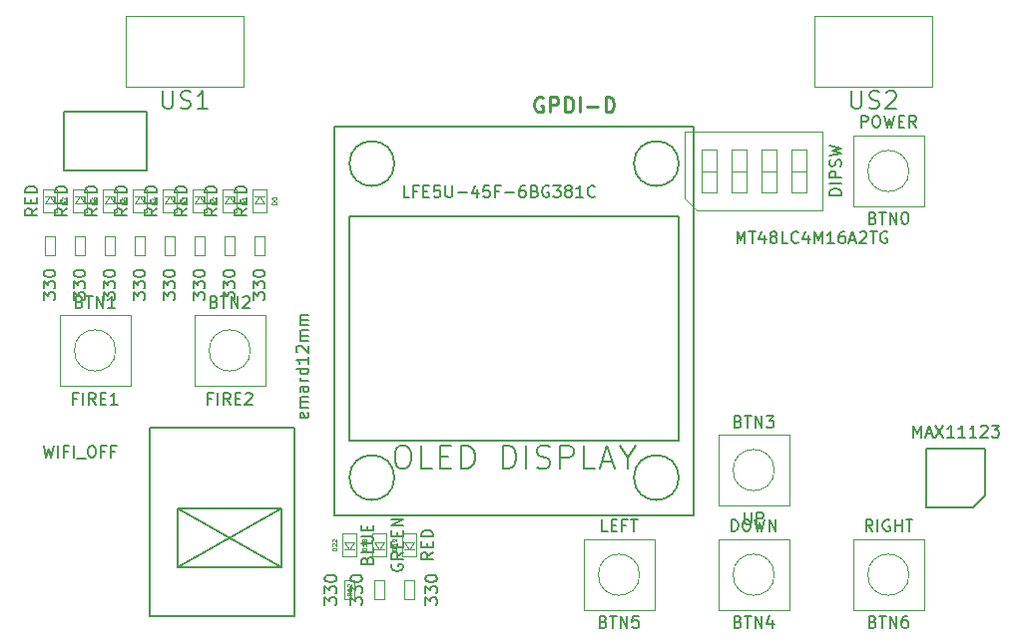
<source format=gbr>
G04 #@! TF.FileFunction,Other,Fab,Top*
%FSLAX46Y46*%
G04 Gerber Fmt 4.6, Leading zero omitted, Abs format (unit mm)*
G04 Created by KiCad (PCBNEW 4.0.7+dfsg1-1) date Thu Dec  7 22:47:19 2017*
%MOMM*%
%LPD*%
G01*
G04 APERTURE LIST*
%ADD10C,0.100000*%
%ADD11C,0.150000*%
%ADD12C,0.075000*%
%ADD13C,0.254000*%
G04 APERTURE END LIST*
D10*
D11*
X108624000Y-69080000D02*
X108624000Y-74080000D01*
X101624000Y-69080000D02*
X108624000Y-69080000D01*
X101624000Y-74080000D02*
X101624000Y-69080000D01*
X108624000Y-74080000D02*
X101624000Y-74080000D01*
D10*
X127990000Y-108880000D02*
X128790000Y-108880000D01*
X127990000Y-110480000D02*
X127990000Y-108880000D01*
X128790000Y-110480000D02*
X127990000Y-110480000D01*
X128790000Y-108880000D02*
X128790000Y-110480000D01*
X131330000Y-110480000D02*
X130530000Y-110480000D01*
X131330000Y-108880000D02*
X131330000Y-110480000D01*
X130530000Y-108880000D02*
X131330000Y-108880000D01*
X130530000Y-110480000D02*
X130530000Y-108880000D01*
X116880000Y-60925000D02*
X116880000Y-66925000D01*
X106880000Y-60925000D02*
X116880000Y-60925000D01*
X106880000Y-66925000D02*
X106880000Y-60925000D01*
X116880000Y-66925000D02*
X106880000Y-66925000D01*
X175300000Y-60925000D02*
X175300000Y-66925000D01*
X165300000Y-60925000D02*
X175300000Y-60925000D01*
X165300000Y-66925000D02*
X165300000Y-60925000D01*
X175300000Y-66925000D02*
X165300000Y-66925000D01*
X118630000Y-81270000D02*
X117830000Y-81270000D01*
X118630000Y-79670000D02*
X118630000Y-81270000D01*
X117830000Y-79670000D02*
X118630000Y-79670000D01*
X117830000Y-81270000D02*
X117830000Y-79670000D01*
X116090000Y-81270000D02*
X115290000Y-81270000D01*
X116090000Y-79670000D02*
X116090000Y-81270000D01*
X115290000Y-79670000D02*
X116090000Y-79670000D01*
X115290000Y-81270000D02*
X115290000Y-79670000D01*
X113550000Y-81270000D02*
X112750000Y-81270000D01*
X113550000Y-79670000D02*
X113550000Y-81270000D01*
X112750000Y-79670000D02*
X113550000Y-79670000D01*
X112750000Y-81270000D02*
X112750000Y-79670000D01*
X111010000Y-81270000D02*
X110210000Y-81270000D01*
X111010000Y-79670000D02*
X111010000Y-81270000D01*
X110210000Y-79670000D02*
X111010000Y-79670000D01*
X110210000Y-81270000D02*
X110210000Y-79670000D01*
X108470000Y-81270000D02*
X107670000Y-81270000D01*
X108470000Y-79670000D02*
X108470000Y-81270000D01*
X107670000Y-79670000D02*
X108470000Y-79670000D01*
X107670000Y-81270000D02*
X107670000Y-79670000D01*
X105930000Y-81270000D02*
X105130000Y-81270000D01*
X105930000Y-79670000D02*
X105930000Y-81270000D01*
X105130000Y-79670000D02*
X105930000Y-79670000D01*
X105130000Y-81270000D02*
X105130000Y-79670000D01*
X103390000Y-81270000D02*
X102590000Y-81270000D01*
X103390000Y-79670000D02*
X103390000Y-81270000D01*
X102590000Y-79670000D02*
X103390000Y-79670000D01*
X102590000Y-81270000D02*
X102590000Y-79670000D01*
X100850000Y-81270000D02*
X100050000Y-81270000D01*
X100850000Y-79670000D02*
X100850000Y-81270000D01*
X100050000Y-79670000D02*
X100850000Y-79670000D01*
X100050000Y-81270000D02*
X100050000Y-79670000D01*
D11*
X178785000Y-102655000D02*
X174785000Y-102655000D01*
X174785000Y-102655000D02*
X174785000Y-97655000D01*
X174785000Y-97655000D02*
X179785000Y-97655000D01*
X179785000Y-97655000D02*
X179785000Y-101655000D01*
X179785000Y-101655000D02*
X178785000Y-102655000D01*
X153790000Y-73485000D02*
G75*
G03X153790000Y-73485000I-1905000J0D01*
G01*
X129660000Y-73485000D02*
G75*
G03X129660000Y-73485000I-1905000J0D01*
G01*
X129660000Y-100155000D02*
G75*
G03X129660000Y-100155000I-1905000J0D01*
G01*
X153790000Y-100155000D02*
G75*
G03X153790000Y-100155000I-1905000J0D01*
G01*
X153790000Y-77930000D02*
X153790000Y-96980000D01*
X125850000Y-77930000D02*
X153790000Y-77930000D01*
X125850000Y-96980000D02*
X125850000Y-77930000D01*
X153790000Y-96980000D02*
X125850000Y-96980000D01*
X155060000Y-70310000D02*
X155060000Y-103330000D01*
X124580000Y-70310000D02*
X155060000Y-70310000D01*
X124580000Y-103330000D02*
X124580000Y-70310000D01*
X155060000Y-103330000D02*
X124580000Y-103330000D01*
D10*
X174570000Y-77120000D02*
X174570000Y-71120000D01*
X174570000Y-71120000D02*
X168570000Y-71120000D01*
X168570000Y-71120000D02*
X168570000Y-77120000D01*
X168570000Y-77120000D02*
X174570000Y-77120000D01*
X173320714Y-74120000D02*
G75*
G03X173320714Y-74120000I-1750714J0D01*
G01*
X101260000Y-86360000D02*
X101260000Y-92360000D01*
X101260000Y-92360000D02*
X107260000Y-92360000D01*
X107260000Y-92360000D02*
X107260000Y-86360000D01*
X107260000Y-86360000D02*
X101260000Y-86360000D01*
X106010714Y-89360000D02*
G75*
G03X106010714Y-89360000I-1750714J0D01*
G01*
X112690000Y-86360000D02*
X112690000Y-92360000D01*
X112690000Y-92360000D02*
X118690000Y-92360000D01*
X118690000Y-92360000D02*
X118690000Y-86360000D01*
X118690000Y-86360000D02*
X112690000Y-86360000D01*
X117440714Y-89360000D02*
G75*
G03X117440714Y-89360000I-1750714J0D01*
G01*
X157140000Y-96520000D02*
X157140000Y-102520000D01*
X157140000Y-102520000D02*
X163140000Y-102520000D01*
X163140000Y-102520000D02*
X163140000Y-96520000D01*
X163140000Y-96520000D02*
X157140000Y-96520000D01*
X161890714Y-99520000D02*
G75*
G03X161890714Y-99520000I-1750714J0D01*
G01*
X163140000Y-111410000D02*
X163140000Y-105410000D01*
X163140000Y-105410000D02*
X157140000Y-105410000D01*
X157140000Y-105410000D02*
X157140000Y-111410000D01*
X157140000Y-111410000D02*
X163140000Y-111410000D01*
X161890714Y-108410000D02*
G75*
G03X161890714Y-108410000I-1750714J0D01*
G01*
X151710000Y-111410000D02*
X151710000Y-105410000D01*
X151710000Y-105410000D02*
X145710000Y-105410000D01*
X145710000Y-105410000D02*
X145710000Y-111410000D01*
X145710000Y-111410000D02*
X151710000Y-111410000D01*
X150460714Y-108410000D02*
G75*
G03X150460714Y-108410000I-1750714J0D01*
G01*
X174570000Y-111410000D02*
X174570000Y-105410000D01*
X174570000Y-105410000D02*
X168570000Y-105410000D01*
X168570000Y-105410000D02*
X168570000Y-111410000D01*
X168570000Y-111410000D02*
X174570000Y-111410000D01*
X173320714Y-108410000D02*
G75*
G03X173320714Y-108410000I-1750714J0D01*
G01*
X154280000Y-76460000D02*
X154280000Y-70780000D01*
X154280000Y-70780000D02*
X166000000Y-70780000D01*
X166000000Y-70780000D02*
X166000000Y-77460000D01*
X166000000Y-77460000D02*
X155280000Y-77460000D01*
X155280000Y-77460000D02*
X154280000Y-76460000D01*
X155695000Y-75930000D02*
X156965000Y-75930000D01*
X156965000Y-75930000D02*
X156965000Y-72310000D01*
X156965000Y-72310000D02*
X155695000Y-72310000D01*
X155695000Y-72310000D02*
X155695000Y-75930000D01*
X155695000Y-74120000D02*
X156965000Y-74120000D01*
X158235000Y-75930000D02*
X159505000Y-75930000D01*
X159505000Y-75930000D02*
X159505000Y-72310000D01*
X159505000Y-72310000D02*
X158235000Y-72310000D01*
X158235000Y-72310000D02*
X158235000Y-75930000D01*
X158235000Y-74120000D02*
X159505000Y-74120000D01*
X160775000Y-75930000D02*
X162045000Y-75930000D01*
X162045000Y-75930000D02*
X162045000Y-72310000D01*
X162045000Y-72310000D02*
X160775000Y-72310000D01*
X160775000Y-72310000D02*
X160775000Y-75930000D01*
X160775000Y-74120000D02*
X162045000Y-74120000D01*
X163315000Y-75930000D02*
X164585000Y-75930000D01*
X164585000Y-75930000D02*
X164585000Y-72310000D01*
X164585000Y-72310000D02*
X163315000Y-72310000D01*
X163315000Y-72310000D02*
X163315000Y-75930000D01*
X163315000Y-74120000D02*
X164585000Y-74120000D01*
X125450000Y-106270000D02*
X126250000Y-106270000D01*
X125850000Y-106270000D02*
X125450000Y-105670000D01*
X126250000Y-105670000D02*
X125850000Y-106270000D01*
X125450000Y-105670000D02*
X126250000Y-105670000D01*
X126450000Y-104870000D02*
X126450000Y-106870000D01*
X125250000Y-104870000D02*
X126450000Y-104870000D01*
X125250000Y-106870000D02*
X125250000Y-104870000D01*
X126450000Y-106870000D02*
X125250000Y-106870000D01*
X125450000Y-108880000D02*
X126250000Y-108880000D01*
X125450000Y-110480000D02*
X125450000Y-108880000D01*
X126250000Y-110480000D02*
X125450000Y-110480000D01*
X126250000Y-108880000D02*
X126250000Y-110480000D01*
X127990000Y-106270000D02*
X128790000Y-106270000D01*
X128390000Y-106270000D02*
X127990000Y-105670000D01*
X128790000Y-105670000D02*
X128390000Y-106270000D01*
X127990000Y-105670000D02*
X128790000Y-105670000D01*
X128990000Y-104870000D02*
X128990000Y-106870000D01*
X127790000Y-104870000D02*
X128990000Y-104870000D01*
X127790000Y-106870000D02*
X127790000Y-104870000D01*
X128990000Y-106870000D02*
X127790000Y-106870000D01*
X118630000Y-76260000D02*
X117830000Y-76260000D01*
X118230000Y-76260000D02*
X118630000Y-76860000D01*
X117830000Y-76860000D02*
X118230000Y-76260000D01*
X118630000Y-76860000D02*
X117830000Y-76860000D01*
X117630000Y-77660000D02*
X117630000Y-75660000D01*
X118830000Y-77660000D02*
X117630000Y-77660000D01*
X118830000Y-75660000D02*
X118830000Y-77660000D01*
X117630000Y-75660000D02*
X118830000Y-75660000D01*
X116090000Y-76260000D02*
X115290000Y-76260000D01*
X115690000Y-76260000D02*
X116090000Y-76860000D01*
X115290000Y-76860000D02*
X115690000Y-76260000D01*
X116090000Y-76860000D02*
X115290000Y-76860000D01*
X115090000Y-77660000D02*
X115090000Y-75660000D01*
X116290000Y-77660000D02*
X115090000Y-77660000D01*
X116290000Y-75660000D02*
X116290000Y-77660000D01*
X115090000Y-75660000D02*
X116290000Y-75660000D01*
X113550000Y-76260000D02*
X112750000Y-76260000D01*
X113150000Y-76260000D02*
X113550000Y-76860000D01*
X112750000Y-76860000D02*
X113150000Y-76260000D01*
X113550000Y-76860000D02*
X112750000Y-76860000D01*
X112550000Y-77660000D02*
X112550000Y-75660000D01*
X113750000Y-77660000D02*
X112550000Y-77660000D01*
X113750000Y-75660000D02*
X113750000Y-77660000D01*
X112550000Y-75660000D02*
X113750000Y-75660000D01*
X111010000Y-76260000D02*
X110210000Y-76260000D01*
X110610000Y-76260000D02*
X111010000Y-76860000D01*
X110210000Y-76860000D02*
X110610000Y-76260000D01*
X111010000Y-76860000D02*
X110210000Y-76860000D01*
X110010000Y-77660000D02*
X110010000Y-75660000D01*
X111210000Y-77660000D02*
X110010000Y-77660000D01*
X111210000Y-75660000D02*
X111210000Y-77660000D01*
X110010000Y-75660000D02*
X111210000Y-75660000D01*
X108470000Y-76260000D02*
X107670000Y-76260000D01*
X108070000Y-76260000D02*
X108470000Y-76860000D01*
X107670000Y-76860000D02*
X108070000Y-76260000D01*
X108470000Y-76860000D02*
X107670000Y-76860000D01*
X107470000Y-77660000D02*
X107470000Y-75660000D01*
X108670000Y-77660000D02*
X107470000Y-77660000D01*
X108670000Y-75660000D02*
X108670000Y-77660000D01*
X107470000Y-75660000D02*
X108670000Y-75660000D01*
X105930000Y-76260000D02*
X105130000Y-76260000D01*
X105530000Y-76260000D02*
X105930000Y-76860000D01*
X105130000Y-76860000D02*
X105530000Y-76260000D01*
X105930000Y-76860000D02*
X105130000Y-76860000D01*
X104930000Y-77660000D02*
X104930000Y-75660000D01*
X106130000Y-77660000D02*
X104930000Y-77660000D01*
X106130000Y-75660000D02*
X106130000Y-77660000D01*
X104930000Y-75660000D02*
X106130000Y-75660000D01*
X103390000Y-76260000D02*
X102590000Y-76260000D01*
X102990000Y-76260000D02*
X103390000Y-76860000D01*
X102590000Y-76860000D02*
X102990000Y-76260000D01*
X103390000Y-76860000D02*
X102590000Y-76860000D01*
X102390000Y-77660000D02*
X102390000Y-75660000D01*
X103590000Y-77660000D02*
X102390000Y-77660000D01*
X103590000Y-75660000D02*
X103590000Y-77660000D01*
X102390000Y-75660000D02*
X103590000Y-75660000D01*
X100850000Y-76260000D02*
X100050000Y-76260000D01*
X100450000Y-76260000D02*
X100850000Y-76860000D01*
X100050000Y-76860000D02*
X100450000Y-76260000D01*
X100850000Y-76860000D02*
X100050000Y-76860000D01*
X99850000Y-77660000D02*
X99850000Y-75660000D01*
X101050000Y-77660000D02*
X99850000Y-77660000D01*
X101050000Y-75660000D02*
X101050000Y-77660000D01*
X99850000Y-75660000D02*
X101050000Y-75660000D01*
X130530000Y-106270000D02*
X131330000Y-106270000D01*
X130930000Y-106270000D02*
X130530000Y-105670000D01*
X131330000Y-105670000D02*
X130930000Y-106270000D01*
X130530000Y-105670000D02*
X131330000Y-105670000D01*
X131530000Y-104870000D02*
X131530000Y-106870000D01*
X130330000Y-104870000D02*
X131530000Y-104870000D01*
X130330000Y-106870000D02*
X130330000Y-104870000D01*
X131530000Y-106870000D02*
X130330000Y-106870000D01*
D11*
X120050000Y-102800000D02*
X111250000Y-107750000D01*
X120050000Y-107750000D02*
X111250000Y-102800000D01*
X120050000Y-102800000D02*
X120050000Y-107750000D01*
X111250000Y-102800000D02*
X111250000Y-107750000D01*
X111250000Y-107750000D02*
X120050000Y-107750000D01*
X120050000Y-102800000D02*
X111250000Y-102800000D01*
X121200000Y-95950000D02*
X108900000Y-95950000D01*
X121200000Y-111900000D02*
X121200000Y-95950000D01*
X108900000Y-111900000D02*
X121200000Y-111900000D01*
X108900000Y-95950000D02*
X108900000Y-111900000D01*
X99894762Y-97448381D02*
X100132857Y-98448381D01*
X100323334Y-97734095D01*
X100513810Y-98448381D01*
X100751905Y-97448381D01*
X101132857Y-98448381D02*
X101132857Y-97448381D01*
X101942381Y-97924571D02*
X101609047Y-97924571D01*
X101609047Y-98448381D02*
X101609047Y-97448381D01*
X102085238Y-97448381D01*
X102466190Y-98448381D02*
X102466190Y-97448381D01*
X102704285Y-98543619D02*
X103466190Y-98543619D01*
X103894761Y-97448381D02*
X104085238Y-97448381D01*
X104180476Y-97496000D01*
X104275714Y-97591238D01*
X104323333Y-97781714D01*
X104323333Y-98115048D01*
X104275714Y-98305524D01*
X104180476Y-98400762D01*
X104085238Y-98448381D01*
X103894761Y-98448381D01*
X103799523Y-98400762D01*
X103704285Y-98305524D01*
X103656666Y-98115048D01*
X103656666Y-97781714D01*
X103704285Y-97591238D01*
X103799523Y-97496000D01*
X103894761Y-97448381D01*
X105085238Y-97924571D02*
X104751904Y-97924571D01*
X104751904Y-98448381D02*
X104751904Y-97448381D01*
X105228095Y-97448381D01*
X105942381Y-97924571D02*
X105609047Y-97924571D01*
X105609047Y-98448381D02*
X105609047Y-97448381D01*
X106085238Y-97448381D01*
X125942381Y-110965714D02*
X125942381Y-110346666D01*
X126323333Y-110680000D01*
X126323333Y-110537142D01*
X126370952Y-110441904D01*
X126418571Y-110394285D01*
X126513810Y-110346666D01*
X126751905Y-110346666D01*
X126847143Y-110394285D01*
X126894762Y-110441904D01*
X126942381Y-110537142D01*
X126942381Y-110822857D01*
X126894762Y-110918095D01*
X126847143Y-110965714D01*
X125942381Y-110013333D02*
X125942381Y-109394285D01*
X126323333Y-109727619D01*
X126323333Y-109584761D01*
X126370952Y-109489523D01*
X126418571Y-109441904D01*
X126513810Y-109394285D01*
X126751905Y-109394285D01*
X126847143Y-109441904D01*
X126894762Y-109489523D01*
X126942381Y-109584761D01*
X126942381Y-109870476D01*
X126894762Y-109965714D01*
X126847143Y-110013333D01*
X125942381Y-108775238D02*
X125942381Y-108679999D01*
X125990000Y-108584761D01*
X126037619Y-108537142D01*
X126132857Y-108489523D01*
X126323333Y-108441904D01*
X126561429Y-108441904D01*
X126751905Y-108489523D01*
X126847143Y-108537142D01*
X126894762Y-108584761D01*
X126942381Y-108679999D01*
X126942381Y-108775238D01*
X126894762Y-108870476D01*
X126847143Y-108918095D01*
X126751905Y-108965714D01*
X126561429Y-109013333D01*
X126323333Y-109013333D01*
X126132857Y-108965714D01*
X126037619Y-108918095D01*
X125990000Y-108870476D01*
X125942381Y-108775238D01*
X132282381Y-110965714D02*
X132282381Y-110346666D01*
X132663333Y-110680000D01*
X132663333Y-110537142D01*
X132710952Y-110441904D01*
X132758571Y-110394285D01*
X132853810Y-110346666D01*
X133091905Y-110346666D01*
X133187143Y-110394285D01*
X133234762Y-110441904D01*
X133282381Y-110537142D01*
X133282381Y-110822857D01*
X133234762Y-110918095D01*
X133187143Y-110965714D01*
X132282381Y-110013333D02*
X132282381Y-109394285D01*
X132663333Y-109727619D01*
X132663333Y-109584761D01*
X132710952Y-109489523D01*
X132758571Y-109441904D01*
X132853810Y-109394285D01*
X133091905Y-109394285D01*
X133187143Y-109441904D01*
X133234762Y-109489523D01*
X133282381Y-109584761D01*
X133282381Y-109870476D01*
X133234762Y-109965714D01*
X133187143Y-110013333D01*
X132282381Y-108775238D02*
X132282381Y-108679999D01*
X132330000Y-108584761D01*
X132377619Y-108537142D01*
X132472857Y-108489523D01*
X132663333Y-108441904D01*
X132901429Y-108441904D01*
X133091905Y-108489523D01*
X133187143Y-108537142D01*
X133234762Y-108584761D01*
X133282381Y-108679999D01*
X133282381Y-108775238D01*
X133234762Y-108870476D01*
X133187143Y-108918095D01*
X133091905Y-108965714D01*
X132901429Y-109013333D01*
X132663333Y-109013333D01*
X132472857Y-108965714D01*
X132377619Y-108918095D01*
X132330000Y-108870476D01*
X132282381Y-108775238D01*
X110022858Y-67329571D02*
X110022858Y-68543857D01*
X110094286Y-68686714D01*
X110165715Y-68758143D01*
X110308572Y-68829571D01*
X110594286Y-68829571D01*
X110737144Y-68758143D01*
X110808572Y-68686714D01*
X110880001Y-68543857D01*
X110880001Y-67329571D01*
X111522858Y-68758143D02*
X111737144Y-68829571D01*
X112094287Y-68829571D01*
X112237144Y-68758143D01*
X112308573Y-68686714D01*
X112380001Y-68543857D01*
X112380001Y-68401000D01*
X112308573Y-68258143D01*
X112237144Y-68186714D01*
X112094287Y-68115286D01*
X111808573Y-68043857D01*
X111665715Y-67972429D01*
X111594287Y-67901000D01*
X111522858Y-67758143D01*
X111522858Y-67615286D01*
X111594287Y-67472429D01*
X111665715Y-67401000D01*
X111808573Y-67329571D01*
X112165715Y-67329571D01*
X112380001Y-67401000D01*
X113808572Y-68829571D02*
X112951429Y-68829571D01*
X113380001Y-68829571D02*
X113380001Y-67329571D01*
X113237144Y-67543857D01*
X113094286Y-67686714D01*
X112951429Y-67758143D01*
X168442858Y-67329571D02*
X168442858Y-68543857D01*
X168514286Y-68686714D01*
X168585715Y-68758143D01*
X168728572Y-68829571D01*
X169014286Y-68829571D01*
X169157144Y-68758143D01*
X169228572Y-68686714D01*
X169300001Y-68543857D01*
X169300001Y-67329571D01*
X169942858Y-68758143D02*
X170157144Y-68829571D01*
X170514287Y-68829571D01*
X170657144Y-68758143D01*
X170728573Y-68686714D01*
X170800001Y-68543857D01*
X170800001Y-68401000D01*
X170728573Y-68258143D01*
X170657144Y-68186714D01*
X170514287Y-68115286D01*
X170228573Y-68043857D01*
X170085715Y-67972429D01*
X170014287Y-67901000D01*
X169942858Y-67758143D01*
X169942858Y-67615286D01*
X170014287Y-67472429D01*
X170085715Y-67401000D01*
X170228573Y-67329571D01*
X170585715Y-67329571D01*
X170800001Y-67401000D01*
X171371429Y-67472429D02*
X171442858Y-67401000D01*
X171585715Y-67329571D01*
X171942858Y-67329571D01*
X172085715Y-67401000D01*
X172157144Y-67472429D01*
X172228572Y-67615286D01*
X172228572Y-67758143D01*
X172157144Y-67972429D01*
X171300001Y-68829571D01*
X172228572Y-68829571D01*
X117682381Y-85057714D02*
X117682381Y-84438666D01*
X118063333Y-84772000D01*
X118063333Y-84629142D01*
X118110952Y-84533904D01*
X118158571Y-84486285D01*
X118253810Y-84438666D01*
X118491905Y-84438666D01*
X118587143Y-84486285D01*
X118634762Y-84533904D01*
X118682381Y-84629142D01*
X118682381Y-84914857D01*
X118634762Y-85010095D01*
X118587143Y-85057714D01*
X117682381Y-84105333D02*
X117682381Y-83486285D01*
X118063333Y-83819619D01*
X118063333Y-83676761D01*
X118110952Y-83581523D01*
X118158571Y-83533904D01*
X118253810Y-83486285D01*
X118491905Y-83486285D01*
X118587143Y-83533904D01*
X118634762Y-83581523D01*
X118682381Y-83676761D01*
X118682381Y-83962476D01*
X118634762Y-84057714D01*
X118587143Y-84105333D01*
X117682381Y-82867238D02*
X117682381Y-82771999D01*
X117730000Y-82676761D01*
X117777619Y-82629142D01*
X117872857Y-82581523D01*
X118063333Y-82533904D01*
X118301429Y-82533904D01*
X118491905Y-82581523D01*
X118587143Y-82629142D01*
X118634762Y-82676761D01*
X118682381Y-82771999D01*
X118682381Y-82867238D01*
X118634762Y-82962476D01*
X118587143Y-83010095D01*
X118491905Y-83057714D01*
X118301429Y-83105333D01*
X118063333Y-83105333D01*
X117872857Y-83057714D01*
X117777619Y-83010095D01*
X117730000Y-82962476D01*
X117682381Y-82867238D01*
X115142381Y-85057714D02*
X115142381Y-84438666D01*
X115523333Y-84772000D01*
X115523333Y-84629142D01*
X115570952Y-84533904D01*
X115618571Y-84486285D01*
X115713810Y-84438666D01*
X115951905Y-84438666D01*
X116047143Y-84486285D01*
X116094762Y-84533904D01*
X116142381Y-84629142D01*
X116142381Y-84914857D01*
X116094762Y-85010095D01*
X116047143Y-85057714D01*
X115142381Y-84105333D02*
X115142381Y-83486285D01*
X115523333Y-83819619D01*
X115523333Y-83676761D01*
X115570952Y-83581523D01*
X115618571Y-83533904D01*
X115713810Y-83486285D01*
X115951905Y-83486285D01*
X116047143Y-83533904D01*
X116094762Y-83581523D01*
X116142381Y-83676761D01*
X116142381Y-83962476D01*
X116094762Y-84057714D01*
X116047143Y-84105333D01*
X115142381Y-82867238D02*
X115142381Y-82771999D01*
X115190000Y-82676761D01*
X115237619Y-82629142D01*
X115332857Y-82581523D01*
X115523333Y-82533904D01*
X115761429Y-82533904D01*
X115951905Y-82581523D01*
X116047143Y-82629142D01*
X116094762Y-82676761D01*
X116142381Y-82771999D01*
X116142381Y-82867238D01*
X116094762Y-82962476D01*
X116047143Y-83010095D01*
X115951905Y-83057714D01*
X115761429Y-83105333D01*
X115523333Y-83105333D01*
X115332857Y-83057714D01*
X115237619Y-83010095D01*
X115190000Y-82962476D01*
X115142381Y-82867238D01*
X112602381Y-85057714D02*
X112602381Y-84438666D01*
X112983333Y-84772000D01*
X112983333Y-84629142D01*
X113030952Y-84533904D01*
X113078571Y-84486285D01*
X113173810Y-84438666D01*
X113411905Y-84438666D01*
X113507143Y-84486285D01*
X113554762Y-84533904D01*
X113602381Y-84629142D01*
X113602381Y-84914857D01*
X113554762Y-85010095D01*
X113507143Y-85057714D01*
X112602381Y-84105333D02*
X112602381Y-83486285D01*
X112983333Y-83819619D01*
X112983333Y-83676761D01*
X113030952Y-83581523D01*
X113078571Y-83533904D01*
X113173810Y-83486285D01*
X113411905Y-83486285D01*
X113507143Y-83533904D01*
X113554762Y-83581523D01*
X113602381Y-83676761D01*
X113602381Y-83962476D01*
X113554762Y-84057714D01*
X113507143Y-84105333D01*
X112602381Y-82867238D02*
X112602381Y-82771999D01*
X112650000Y-82676761D01*
X112697619Y-82629142D01*
X112792857Y-82581523D01*
X112983333Y-82533904D01*
X113221429Y-82533904D01*
X113411905Y-82581523D01*
X113507143Y-82629142D01*
X113554762Y-82676761D01*
X113602381Y-82771999D01*
X113602381Y-82867238D01*
X113554762Y-82962476D01*
X113507143Y-83010095D01*
X113411905Y-83057714D01*
X113221429Y-83105333D01*
X112983333Y-83105333D01*
X112792857Y-83057714D01*
X112697619Y-83010095D01*
X112650000Y-82962476D01*
X112602381Y-82867238D01*
X110062381Y-85057714D02*
X110062381Y-84438666D01*
X110443333Y-84772000D01*
X110443333Y-84629142D01*
X110490952Y-84533904D01*
X110538571Y-84486285D01*
X110633810Y-84438666D01*
X110871905Y-84438666D01*
X110967143Y-84486285D01*
X111014762Y-84533904D01*
X111062381Y-84629142D01*
X111062381Y-84914857D01*
X111014762Y-85010095D01*
X110967143Y-85057714D01*
X110062381Y-84105333D02*
X110062381Y-83486285D01*
X110443333Y-83819619D01*
X110443333Y-83676761D01*
X110490952Y-83581523D01*
X110538571Y-83533904D01*
X110633810Y-83486285D01*
X110871905Y-83486285D01*
X110967143Y-83533904D01*
X111014762Y-83581523D01*
X111062381Y-83676761D01*
X111062381Y-83962476D01*
X111014762Y-84057714D01*
X110967143Y-84105333D01*
X110062381Y-82867238D02*
X110062381Y-82771999D01*
X110110000Y-82676761D01*
X110157619Y-82629142D01*
X110252857Y-82581523D01*
X110443333Y-82533904D01*
X110681429Y-82533904D01*
X110871905Y-82581523D01*
X110967143Y-82629142D01*
X111014762Y-82676761D01*
X111062381Y-82771999D01*
X111062381Y-82867238D01*
X111014762Y-82962476D01*
X110967143Y-83010095D01*
X110871905Y-83057714D01*
X110681429Y-83105333D01*
X110443333Y-83105333D01*
X110252857Y-83057714D01*
X110157619Y-83010095D01*
X110110000Y-82962476D01*
X110062381Y-82867238D01*
X107522381Y-85057714D02*
X107522381Y-84438666D01*
X107903333Y-84772000D01*
X107903333Y-84629142D01*
X107950952Y-84533904D01*
X107998571Y-84486285D01*
X108093810Y-84438666D01*
X108331905Y-84438666D01*
X108427143Y-84486285D01*
X108474762Y-84533904D01*
X108522381Y-84629142D01*
X108522381Y-84914857D01*
X108474762Y-85010095D01*
X108427143Y-85057714D01*
X107522381Y-84105333D02*
X107522381Y-83486285D01*
X107903333Y-83819619D01*
X107903333Y-83676761D01*
X107950952Y-83581523D01*
X107998571Y-83533904D01*
X108093810Y-83486285D01*
X108331905Y-83486285D01*
X108427143Y-83533904D01*
X108474762Y-83581523D01*
X108522381Y-83676761D01*
X108522381Y-83962476D01*
X108474762Y-84057714D01*
X108427143Y-84105333D01*
X107522381Y-82867238D02*
X107522381Y-82771999D01*
X107570000Y-82676761D01*
X107617619Y-82629142D01*
X107712857Y-82581523D01*
X107903333Y-82533904D01*
X108141429Y-82533904D01*
X108331905Y-82581523D01*
X108427143Y-82629142D01*
X108474762Y-82676761D01*
X108522381Y-82771999D01*
X108522381Y-82867238D01*
X108474762Y-82962476D01*
X108427143Y-83010095D01*
X108331905Y-83057714D01*
X108141429Y-83105333D01*
X107903333Y-83105333D01*
X107712857Y-83057714D01*
X107617619Y-83010095D01*
X107570000Y-82962476D01*
X107522381Y-82867238D01*
X104982381Y-85057714D02*
X104982381Y-84438666D01*
X105363333Y-84772000D01*
X105363333Y-84629142D01*
X105410952Y-84533904D01*
X105458571Y-84486285D01*
X105553810Y-84438666D01*
X105791905Y-84438666D01*
X105887143Y-84486285D01*
X105934762Y-84533904D01*
X105982381Y-84629142D01*
X105982381Y-84914857D01*
X105934762Y-85010095D01*
X105887143Y-85057714D01*
X104982381Y-84105333D02*
X104982381Y-83486285D01*
X105363333Y-83819619D01*
X105363333Y-83676761D01*
X105410952Y-83581523D01*
X105458571Y-83533904D01*
X105553810Y-83486285D01*
X105791905Y-83486285D01*
X105887143Y-83533904D01*
X105934762Y-83581523D01*
X105982381Y-83676761D01*
X105982381Y-83962476D01*
X105934762Y-84057714D01*
X105887143Y-84105333D01*
X104982381Y-82867238D02*
X104982381Y-82771999D01*
X105030000Y-82676761D01*
X105077619Y-82629142D01*
X105172857Y-82581523D01*
X105363333Y-82533904D01*
X105601429Y-82533904D01*
X105791905Y-82581523D01*
X105887143Y-82629142D01*
X105934762Y-82676761D01*
X105982381Y-82771999D01*
X105982381Y-82867238D01*
X105934762Y-82962476D01*
X105887143Y-83010095D01*
X105791905Y-83057714D01*
X105601429Y-83105333D01*
X105363333Y-83105333D01*
X105172857Y-83057714D01*
X105077619Y-83010095D01*
X105030000Y-82962476D01*
X104982381Y-82867238D01*
X102442381Y-85057714D02*
X102442381Y-84438666D01*
X102823333Y-84772000D01*
X102823333Y-84629142D01*
X102870952Y-84533904D01*
X102918571Y-84486285D01*
X103013810Y-84438666D01*
X103251905Y-84438666D01*
X103347143Y-84486285D01*
X103394762Y-84533904D01*
X103442381Y-84629142D01*
X103442381Y-84914857D01*
X103394762Y-85010095D01*
X103347143Y-85057714D01*
X102442381Y-84105333D02*
X102442381Y-83486285D01*
X102823333Y-83819619D01*
X102823333Y-83676761D01*
X102870952Y-83581523D01*
X102918571Y-83533904D01*
X103013810Y-83486285D01*
X103251905Y-83486285D01*
X103347143Y-83533904D01*
X103394762Y-83581523D01*
X103442381Y-83676761D01*
X103442381Y-83962476D01*
X103394762Y-84057714D01*
X103347143Y-84105333D01*
X102442381Y-82867238D02*
X102442381Y-82771999D01*
X102490000Y-82676761D01*
X102537619Y-82629142D01*
X102632857Y-82581523D01*
X102823333Y-82533904D01*
X103061429Y-82533904D01*
X103251905Y-82581523D01*
X103347143Y-82629142D01*
X103394762Y-82676761D01*
X103442381Y-82771999D01*
X103442381Y-82867238D01*
X103394762Y-82962476D01*
X103347143Y-83010095D01*
X103251905Y-83057714D01*
X103061429Y-83105333D01*
X102823333Y-83105333D01*
X102632857Y-83057714D01*
X102537619Y-83010095D01*
X102490000Y-82962476D01*
X102442381Y-82867238D01*
X99902381Y-85057714D02*
X99902381Y-84438666D01*
X100283333Y-84772000D01*
X100283333Y-84629142D01*
X100330952Y-84533904D01*
X100378571Y-84486285D01*
X100473810Y-84438666D01*
X100711905Y-84438666D01*
X100807143Y-84486285D01*
X100854762Y-84533904D01*
X100902381Y-84629142D01*
X100902381Y-84914857D01*
X100854762Y-85010095D01*
X100807143Y-85057714D01*
X99902381Y-84105333D02*
X99902381Y-83486285D01*
X100283333Y-83819619D01*
X100283333Y-83676761D01*
X100330952Y-83581523D01*
X100378571Y-83533904D01*
X100473810Y-83486285D01*
X100711905Y-83486285D01*
X100807143Y-83533904D01*
X100854762Y-83581523D01*
X100902381Y-83676761D01*
X100902381Y-83962476D01*
X100854762Y-84057714D01*
X100807143Y-84105333D01*
X99902381Y-82867238D02*
X99902381Y-82771999D01*
X99950000Y-82676761D01*
X99997619Y-82629142D01*
X100092857Y-82581523D01*
X100283333Y-82533904D01*
X100521429Y-82533904D01*
X100711905Y-82581523D01*
X100807143Y-82629142D01*
X100854762Y-82676761D01*
X100902381Y-82771999D01*
X100902381Y-82867238D01*
X100854762Y-82962476D01*
X100807143Y-83010095D01*
X100711905Y-83057714D01*
X100521429Y-83105333D01*
X100283333Y-83105333D01*
X100092857Y-83057714D01*
X99997619Y-83010095D01*
X99950000Y-82962476D01*
X99902381Y-82867238D01*
X173665952Y-96732381D02*
X173665952Y-95732381D01*
X173999286Y-96446667D01*
X174332619Y-95732381D01*
X174332619Y-96732381D01*
X174761190Y-96446667D02*
X175237381Y-96446667D01*
X174665952Y-96732381D02*
X174999285Y-95732381D01*
X175332619Y-96732381D01*
X175570714Y-95732381D02*
X176237381Y-96732381D01*
X176237381Y-95732381D02*
X175570714Y-96732381D01*
X177142143Y-96732381D02*
X176570714Y-96732381D01*
X176856428Y-96732381D02*
X176856428Y-95732381D01*
X176761190Y-95875238D01*
X176665952Y-95970476D01*
X176570714Y-96018095D01*
X178094524Y-96732381D02*
X177523095Y-96732381D01*
X177808809Y-96732381D02*
X177808809Y-95732381D01*
X177713571Y-95875238D01*
X177618333Y-95970476D01*
X177523095Y-96018095D01*
X179046905Y-96732381D02*
X178475476Y-96732381D01*
X178761190Y-96732381D02*
X178761190Y-95732381D01*
X178665952Y-95875238D01*
X178570714Y-95970476D01*
X178475476Y-96018095D01*
X179427857Y-95827619D02*
X179475476Y-95780000D01*
X179570714Y-95732381D01*
X179808810Y-95732381D01*
X179904048Y-95780000D01*
X179951667Y-95827619D01*
X179999286Y-95922857D01*
X179999286Y-96018095D01*
X179951667Y-96160952D01*
X179380238Y-96732381D01*
X179999286Y-96732381D01*
X180332619Y-95732381D02*
X180951667Y-95732381D01*
X180618333Y-96113333D01*
X180761191Y-96113333D01*
X180856429Y-96160952D01*
X180904048Y-96208571D01*
X180951667Y-96303810D01*
X180951667Y-96541905D01*
X180904048Y-96637143D01*
X180856429Y-96684762D01*
X180761191Y-96732381D01*
X180475476Y-96732381D01*
X180380238Y-96684762D01*
X180332619Y-96637143D01*
X130200952Y-97408762D02*
X130581904Y-97408762D01*
X130772380Y-97504000D01*
X130962857Y-97694476D01*
X131058095Y-98075429D01*
X131058095Y-98742095D01*
X130962857Y-99123048D01*
X130772380Y-99313524D01*
X130581904Y-99408762D01*
X130200952Y-99408762D01*
X130010476Y-99313524D01*
X129819999Y-99123048D01*
X129724761Y-98742095D01*
X129724761Y-98075429D01*
X129819999Y-97694476D01*
X130010476Y-97504000D01*
X130200952Y-97408762D01*
X132867618Y-99408762D02*
X131915237Y-99408762D01*
X131915237Y-97408762D01*
X133534285Y-98361143D02*
X134200952Y-98361143D01*
X134486666Y-99408762D02*
X133534285Y-99408762D01*
X133534285Y-97408762D01*
X134486666Y-97408762D01*
X135343809Y-99408762D02*
X135343809Y-97408762D01*
X135820000Y-97408762D01*
X136105714Y-97504000D01*
X136296190Y-97694476D01*
X136391429Y-97884952D01*
X136486667Y-98265905D01*
X136486667Y-98551619D01*
X136391429Y-98932571D01*
X136296190Y-99123048D01*
X136105714Y-99313524D01*
X135820000Y-99408762D01*
X135343809Y-99408762D01*
X138867619Y-99408762D02*
X138867619Y-97408762D01*
X139343810Y-97408762D01*
X139629524Y-97504000D01*
X139820000Y-97694476D01*
X139915239Y-97884952D01*
X140010477Y-98265905D01*
X140010477Y-98551619D01*
X139915239Y-98932571D01*
X139820000Y-99123048D01*
X139629524Y-99313524D01*
X139343810Y-99408762D01*
X138867619Y-99408762D01*
X140867619Y-99408762D02*
X140867619Y-97408762D01*
X141724762Y-99313524D02*
X142010477Y-99408762D01*
X142486667Y-99408762D01*
X142677143Y-99313524D01*
X142772381Y-99218286D01*
X142867620Y-99027810D01*
X142867620Y-98837333D01*
X142772381Y-98646857D01*
X142677143Y-98551619D01*
X142486667Y-98456381D01*
X142105715Y-98361143D01*
X141915239Y-98265905D01*
X141820000Y-98170667D01*
X141724762Y-97980190D01*
X141724762Y-97789714D01*
X141820000Y-97599238D01*
X141915239Y-97504000D01*
X142105715Y-97408762D01*
X142581905Y-97408762D01*
X142867620Y-97504000D01*
X143724762Y-99408762D02*
X143724762Y-97408762D01*
X144486667Y-97408762D01*
X144677143Y-97504000D01*
X144772382Y-97599238D01*
X144867620Y-97789714D01*
X144867620Y-98075429D01*
X144772382Y-98265905D01*
X144677143Y-98361143D01*
X144486667Y-98456381D01*
X143724762Y-98456381D01*
X146677143Y-99408762D02*
X145724762Y-99408762D01*
X145724762Y-97408762D01*
X147248572Y-98837333D02*
X148200953Y-98837333D01*
X147058096Y-99408762D02*
X147724763Y-97408762D01*
X148391430Y-99408762D01*
X149439049Y-98456381D02*
X149439049Y-99408762D01*
X148772382Y-97408762D02*
X149439049Y-98456381D01*
X150105716Y-97408762D01*
X169260476Y-70422381D02*
X169260476Y-69422381D01*
X169641429Y-69422381D01*
X169736667Y-69470000D01*
X169784286Y-69517619D01*
X169831905Y-69612857D01*
X169831905Y-69755714D01*
X169784286Y-69850952D01*
X169736667Y-69898571D01*
X169641429Y-69946190D01*
X169260476Y-69946190D01*
X170450952Y-69422381D02*
X170641429Y-69422381D01*
X170736667Y-69470000D01*
X170831905Y-69565238D01*
X170879524Y-69755714D01*
X170879524Y-70089048D01*
X170831905Y-70279524D01*
X170736667Y-70374762D01*
X170641429Y-70422381D01*
X170450952Y-70422381D01*
X170355714Y-70374762D01*
X170260476Y-70279524D01*
X170212857Y-70089048D01*
X170212857Y-69755714D01*
X170260476Y-69565238D01*
X170355714Y-69470000D01*
X170450952Y-69422381D01*
X171212857Y-69422381D02*
X171450952Y-70422381D01*
X171641429Y-69708095D01*
X171831905Y-70422381D01*
X172070000Y-69422381D01*
X172450952Y-69898571D02*
X172784286Y-69898571D01*
X172927143Y-70422381D02*
X172450952Y-70422381D01*
X172450952Y-69422381D01*
X172927143Y-69422381D01*
X173927143Y-70422381D02*
X173593809Y-69946190D01*
X173355714Y-70422381D02*
X173355714Y-69422381D01*
X173736667Y-69422381D01*
X173831905Y-69470000D01*
X173879524Y-69517619D01*
X173927143Y-69612857D01*
X173927143Y-69755714D01*
X173879524Y-69850952D01*
X173831905Y-69898571D01*
X173736667Y-69946190D01*
X173355714Y-69946190D01*
X170260477Y-78098571D02*
X170403334Y-78146190D01*
X170450953Y-78193810D01*
X170498572Y-78289048D01*
X170498572Y-78431905D01*
X170450953Y-78527143D01*
X170403334Y-78574762D01*
X170308096Y-78622381D01*
X169927143Y-78622381D01*
X169927143Y-77622381D01*
X170260477Y-77622381D01*
X170355715Y-77670000D01*
X170403334Y-77717619D01*
X170450953Y-77812857D01*
X170450953Y-77908095D01*
X170403334Y-78003333D01*
X170355715Y-78050952D01*
X170260477Y-78098571D01*
X169927143Y-78098571D01*
X170784286Y-77622381D02*
X171355715Y-77622381D01*
X171070000Y-78622381D02*
X171070000Y-77622381D01*
X171689048Y-78622381D02*
X171689048Y-77622381D01*
X172260477Y-78622381D01*
X172260477Y-77622381D01*
X172927143Y-77622381D02*
X173022382Y-77622381D01*
X173117620Y-77670000D01*
X173165239Y-77717619D01*
X173212858Y-77812857D01*
X173260477Y-78003333D01*
X173260477Y-78241429D01*
X173212858Y-78431905D01*
X173165239Y-78527143D01*
X173117620Y-78574762D01*
X173022382Y-78622381D01*
X172927143Y-78622381D01*
X172831905Y-78574762D01*
X172784286Y-78527143D01*
X172736667Y-78431905D01*
X172689048Y-78241429D01*
X172689048Y-78003333D01*
X172736667Y-77812857D01*
X172784286Y-77717619D01*
X172831905Y-77670000D01*
X172927143Y-77622381D01*
X102736191Y-93438571D02*
X102402857Y-93438571D01*
X102402857Y-93962381D02*
X102402857Y-92962381D01*
X102879048Y-92962381D01*
X103260000Y-93962381D02*
X103260000Y-92962381D01*
X104307619Y-93962381D02*
X103974285Y-93486190D01*
X103736190Y-93962381D02*
X103736190Y-92962381D01*
X104117143Y-92962381D01*
X104212381Y-93010000D01*
X104260000Y-93057619D01*
X104307619Y-93152857D01*
X104307619Y-93295714D01*
X104260000Y-93390952D01*
X104212381Y-93438571D01*
X104117143Y-93486190D01*
X103736190Y-93486190D01*
X104736190Y-93438571D02*
X105069524Y-93438571D01*
X105212381Y-93962381D02*
X104736190Y-93962381D01*
X104736190Y-92962381D01*
X105212381Y-92962381D01*
X106164762Y-93962381D02*
X105593333Y-93962381D01*
X105879047Y-93962381D02*
X105879047Y-92962381D01*
X105783809Y-93105238D01*
X105688571Y-93200476D01*
X105593333Y-93248095D01*
X102950477Y-85238571D02*
X103093334Y-85286190D01*
X103140953Y-85333810D01*
X103188572Y-85429048D01*
X103188572Y-85571905D01*
X103140953Y-85667143D01*
X103093334Y-85714762D01*
X102998096Y-85762381D01*
X102617143Y-85762381D01*
X102617143Y-84762381D01*
X102950477Y-84762381D01*
X103045715Y-84810000D01*
X103093334Y-84857619D01*
X103140953Y-84952857D01*
X103140953Y-85048095D01*
X103093334Y-85143333D01*
X103045715Y-85190952D01*
X102950477Y-85238571D01*
X102617143Y-85238571D01*
X103474286Y-84762381D02*
X104045715Y-84762381D01*
X103760000Y-85762381D02*
X103760000Y-84762381D01*
X104379048Y-85762381D02*
X104379048Y-84762381D01*
X104950477Y-85762381D01*
X104950477Y-84762381D01*
X105950477Y-85762381D02*
X105379048Y-85762381D01*
X105664762Y-85762381D02*
X105664762Y-84762381D01*
X105569524Y-84905238D01*
X105474286Y-85000476D01*
X105379048Y-85048095D01*
X114166191Y-93438571D02*
X113832857Y-93438571D01*
X113832857Y-93962381D02*
X113832857Y-92962381D01*
X114309048Y-92962381D01*
X114690000Y-93962381D02*
X114690000Y-92962381D01*
X115737619Y-93962381D02*
X115404285Y-93486190D01*
X115166190Y-93962381D02*
X115166190Y-92962381D01*
X115547143Y-92962381D01*
X115642381Y-93010000D01*
X115690000Y-93057619D01*
X115737619Y-93152857D01*
X115737619Y-93295714D01*
X115690000Y-93390952D01*
X115642381Y-93438571D01*
X115547143Y-93486190D01*
X115166190Y-93486190D01*
X116166190Y-93438571D02*
X116499524Y-93438571D01*
X116642381Y-93962381D02*
X116166190Y-93962381D01*
X116166190Y-92962381D01*
X116642381Y-92962381D01*
X117023333Y-93057619D02*
X117070952Y-93010000D01*
X117166190Y-92962381D01*
X117404286Y-92962381D01*
X117499524Y-93010000D01*
X117547143Y-93057619D01*
X117594762Y-93152857D01*
X117594762Y-93248095D01*
X117547143Y-93390952D01*
X116975714Y-93962381D01*
X117594762Y-93962381D01*
X114380477Y-85238571D02*
X114523334Y-85286190D01*
X114570953Y-85333810D01*
X114618572Y-85429048D01*
X114618572Y-85571905D01*
X114570953Y-85667143D01*
X114523334Y-85714762D01*
X114428096Y-85762381D01*
X114047143Y-85762381D01*
X114047143Y-84762381D01*
X114380477Y-84762381D01*
X114475715Y-84810000D01*
X114523334Y-84857619D01*
X114570953Y-84952857D01*
X114570953Y-85048095D01*
X114523334Y-85143333D01*
X114475715Y-85190952D01*
X114380477Y-85238571D01*
X114047143Y-85238571D01*
X114904286Y-84762381D02*
X115475715Y-84762381D01*
X115190000Y-85762381D02*
X115190000Y-84762381D01*
X115809048Y-85762381D02*
X115809048Y-84762381D01*
X116380477Y-85762381D01*
X116380477Y-84762381D01*
X116809048Y-84857619D02*
X116856667Y-84810000D01*
X116951905Y-84762381D01*
X117190001Y-84762381D01*
X117285239Y-84810000D01*
X117332858Y-84857619D01*
X117380477Y-84952857D01*
X117380477Y-85048095D01*
X117332858Y-85190952D01*
X116761429Y-85762381D01*
X117380477Y-85762381D01*
X159354286Y-103122381D02*
X159354286Y-103931905D01*
X159401905Y-104027143D01*
X159449524Y-104074762D01*
X159544762Y-104122381D01*
X159735239Y-104122381D01*
X159830477Y-104074762D01*
X159878096Y-104027143D01*
X159925715Y-103931905D01*
X159925715Y-103122381D01*
X160401905Y-104122381D02*
X160401905Y-103122381D01*
X160782858Y-103122381D01*
X160878096Y-103170000D01*
X160925715Y-103217619D01*
X160973334Y-103312857D01*
X160973334Y-103455714D01*
X160925715Y-103550952D01*
X160878096Y-103598571D01*
X160782858Y-103646190D01*
X160401905Y-103646190D01*
X158830477Y-95398571D02*
X158973334Y-95446190D01*
X159020953Y-95493810D01*
X159068572Y-95589048D01*
X159068572Y-95731905D01*
X159020953Y-95827143D01*
X158973334Y-95874762D01*
X158878096Y-95922381D01*
X158497143Y-95922381D01*
X158497143Y-94922381D01*
X158830477Y-94922381D01*
X158925715Y-94970000D01*
X158973334Y-95017619D01*
X159020953Y-95112857D01*
X159020953Y-95208095D01*
X158973334Y-95303333D01*
X158925715Y-95350952D01*
X158830477Y-95398571D01*
X158497143Y-95398571D01*
X159354286Y-94922381D02*
X159925715Y-94922381D01*
X159640000Y-95922381D02*
X159640000Y-94922381D01*
X160259048Y-95922381D02*
X160259048Y-94922381D01*
X160830477Y-95922381D01*
X160830477Y-94922381D01*
X161211429Y-94922381D02*
X161830477Y-94922381D01*
X161497143Y-95303333D01*
X161640001Y-95303333D01*
X161735239Y-95350952D01*
X161782858Y-95398571D01*
X161830477Y-95493810D01*
X161830477Y-95731905D01*
X161782858Y-95827143D01*
X161735239Y-95874762D01*
X161640001Y-95922381D01*
X161354286Y-95922381D01*
X161259048Y-95874762D01*
X161211429Y-95827143D01*
X158259048Y-104712381D02*
X158259048Y-103712381D01*
X158497143Y-103712381D01*
X158640001Y-103760000D01*
X158735239Y-103855238D01*
X158782858Y-103950476D01*
X158830477Y-104140952D01*
X158830477Y-104283810D01*
X158782858Y-104474286D01*
X158735239Y-104569524D01*
X158640001Y-104664762D01*
X158497143Y-104712381D01*
X158259048Y-104712381D01*
X159449524Y-103712381D02*
X159640001Y-103712381D01*
X159735239Y-103760000D01*
X159830477Y-103855238D01*
X159878096Y-104045714D01*
X159878096Y-104379048D01*
X159830477Y-104569524D01*
X159735239Y-104664762D01*
X159640001Y-104712381D01*
X159449524Y-104712381D01*
X159354286Y-104664762D01*
X159259048Y-104569524D01*
X159211429Y-104379048D01*
X159211429Y-104045714D01*
X159259048Y-103855238D01*
X159354286Y-103760000D01*
X159449524Y-103712381D01*
X160211429Y-103712381D02*
X160449524Y-104712381D01*
X160640001Y-103998095D01*
X160830477Y-104712381D01*
X161068572Y-103712381D01*
X161449524Y-104712381D02*
X161449524Y-103712381D01*
X162020953Y-104712381D01*
X162020953Y-103712381D01*
X158830477Y-112388571D02*
X158973334Y-112436190D01*
X159020953Y-112483810D01*
X159068572Y-112579048D01*
X159068572Y-112721905D01*
X159020953Y-112817143D01*
X158973334Y-112864762D01*
X158878096Y-112912381D01*
X158497143Y-112912381D01*
X158497143Y-111912381D01*
X158830477Y-111912381D01*
X158925715Y-111960000D01*
X158973334Y-112007619D01*
X159020953Y-112102857D01*
X159020953Y-112198095D01*
X158973334Y-112293333D01*
X158925715Y-112340952D01*
X158830477Y-112388571D01*
X158497143Y-112388571D01*
X159354286Y-111912381D02*
X159925715Y-111912381D01*
X159640000Y-112912381D02*
X159640000Y-111912381D01*
X160259048Y-112912381D02*
X160259048Y-111912381D01*
X160830477Y-112912381D01*
X160830477Y-111912381D01*
X161735239Y-112245714D02*
X161735239Y-112912381D01*
X161497143Y-111864762D02*
X161259048Y-112579048D01*
X161878096Y-112579048D01*
X147757619Y-104712381D02*
X147281428Y-104712381D01*
X147281428Y-103712381D01*
X148090952Y-104188571D02*
X148424286Y-104188571D01*
X148567143Y-104712381D02*
X148090952Y-104712381D01*
X148090952Y-103712381D01*
X148567143Y-103712381D01*
X149329048Y-104188571D02*
X148995714Y-104188571D01*
X148995714Y-104712381D02*
X148995714Y-103712381D01*
X149471905Y-103712381D01*
X149710000Y-103712381D02*
X150281429Y-103712381D01*
X149995714Y-104712381D02*
X149995714Y-103712381D01*
X147400477Y-112388571D02*
X147543334Y-112436190D01*
X147590953Y-112483810D01*
X147638572Y-112579048D01*
X147638572Y-112721905D01*
X147590953Y-112817143D01*
X147543334Y-112864762D01*
X147448096Y-112912381D01*
X147067143Y-112912381D01*
X147067143Y-111912381D01*
X147400477Y-111912381D01*
X147495715Y-111960000D01*
X147543334Y-112007619D01*
X147590953Y-112102857D01*
X147590953Y-112198095D01*
X147543334Y-112293333D01*
X147495715Y-112340952D01*
X147400477Y-112388571D01*
X147067143Y-112388571D01*
X147924286Y-111912381D02*
X148495715Y-111912381D01*
X148210000Y-112912381D02*
X148210000Y-111912381D01*
X148829048Y-112912381D02*
X148829048Y-111912381D01*
X149400477Y-112912381D01*
X149400477Y-111912381D01*
X150352858Y-111912381D02*
X149876667Y-111912381D01*
X149829048Y-112388571D01*
X149876667Y-112340952D01*
X149971905Y-112293333D01*
X150210001Y-112293333D01*
X150305239Y-112340952D01*
X150352858Y-112388571D01*
X150400477Y-112483810D01*
X150400477Y-112721905D01*
X150352858Y-112817143D01*
X150305239Y-112864762D01*
X150210001Y-112912381D01*
X149971905Y-112912381D01*
X149876667Y-112864762D01*
X149829048Y-112817143D01*
X170236667Y-104712381D02*
X169903333Y-104236190D01*
X169665238Y-104712381D02*
X169665238Y-103712381D01*
X170046191Y-103712381D01*
X170141429Y-103760000D01*
X170189048Y-103807619D01*
X170236667Y-103902857D01*
X170236667Y-104045714D01*
X170189048Y-104140952D01*
X170141429Y-104188571D01*
X170046191Y-104236190D01*
X169665238Y-104236190D01*
X170665238Y-104712381D02*
X170665238Y-103712381D01*
X171665238Y-103760000D02*
X171570000Y-103712381D01*
X171427143Y-103712381D01*
X171284285Y-103760000D01*
X171189047Y-103855238D01*
X171141428Y-103950476D01*
X171093809Y-104140952D01*
X171093809Y-104283810D01*
X171141428Y-104474286D01*
X171189047Y-104569524D01*
X171284285Y-104664762D01*
X171427143Y-104712381D01*
X171522381Y-104712381D01*
X171665238Y-104664762D01*
X171712857Y-104617143D01*
X171712857Y-104283810D01*
X171522381Y-104283810D01*
X172141428Y-104712381D02*
X172141428Y-103712381D01*
X172141428Y-104188571D02*
X172712857Y-104188571D01*
X172712857Y-104712381D02*
X172712857Y-103712381D01*
X173046190Y-103712381D02*
X173617619Y-103712381D01*
X173331904Y-104712381D02*
X173331904Y-103712381D01*
X170260477Y-112388571D02*
X170403334Y-112436190D01*
X170450953Y-112483810D01*
X170498572Y-112579048D01*
X170498572Y-112721905D01*
X170450953Y-112817143D01*
X170403334Y-112864762D01*
X170308096Y-112912381D01*
X169927143Y-112912381D01*
X169927143Y-111912381D01*
X170260477Y-111912381D01*
X170355715Y-111960000D01*
X170403334Y-112007619D01*
X170450953Y-112102857D01*
X170450953Y-112198095D01*
X170403334Y-112293333D01*
X170355715Y-112340952D01*
X170260477Y-112388571D01*
X169927143Y-112388571D01*
X170784286Y-111912381D02*
X171355715Y-111912381D01*
X171070000Y-112912381D02*
X171070000Y-111912381D01*
X171689048Y-112912381D02*
X171689048Y-111912381D01*
X172260477Y-112912381D01*
X172260477Y-111912381D01*
X173165239Y-111912381D02*
X172974762Y-111912381D01*
X172879524Y-111960000D01*
X172831905Y-112007619D01*
X172736667Y-112150476D01*
X172689048Y-112340952D01*
X172689048Y-112721905D01*
X172736667Y-112817143D01*
X172784286Y-112864762D01*
X172879524Y-112912381D01*
X173070001Y-112912381D01*
X173165239Y-112864762D01*
X173212858Y-112817143D01*
X173260477Y-112721905D01*
X173260477Y-112483810D01*
X173212858Y-112388571D01*
X173165239Y-112340952D01*
X173070001Y-112293333D01*
X172879524Y-112293333D01*
X172784286Y-112340952D01*
X172736667Y-112388571D01*
X172689048Y-112483810D01*
X167572381Y-76167619D02*
X166572381Y-76167619D01*
X166572381Y-75929524D01*
X166620000Y-75786666D01*
X166715238Y-75691428D01*
X166810476Y-75643809D01*
X167000952Y-75596190D01*
X167143810Y-75596190D01*
X167334286Y-75643809D01*
X167429524Y-75691428D01*
X167524762Y-75786666D01*
X167572381Y-75929524D01*
X167572381Y-76167619D01*
X167572381Y-75167619D02*
X166572381Y-75167619D01*
X167572381Y-74691429D02*
X166572381Y-74691429D01*
X166572381Y-74310476D01*
X166620000Y-74215238D01*
X166667619Y-74167619D01*
X166762857Y-74120000D01*
X166905714Y-74120000D01*
X167000952Y-74167619D01*
X167048571Y-74215238D01*
X167096190Y-74310476D01*
X167096190Y-74691429D01*
X167524762Y-73739048D02*
X167572381Y-73596191D01*
X167572381Y-73358095D01*
X167524762Y-73262857D01*
X167477143Y-73215238D01*
X167381905Y-73167619D01*
X167286667Y-73167619D01*
X167191429Y-73215238D01*
X167143810Y-73262857D01*
X167096190Y-73358095D01*
X167048571Y-73548572D01*
X167000952Y-73643810D01*
X166953333Y-73691429D01*
X166858095Y-73739048D01*
X166762857Y-73739048D01*
X166667619Y-73691429D01*
X166620000Y-73643810D01*
X166572381Y-73548572D01*
X166572381Y-73310476D01*
X166620000Y-73167619D01*
X166572381Y-72834286D02*
X167572381Y-72596191D01*
X166858095Y-72405714D01*
X167572381Y-72215238D01*
X166572381Y-71977143D01*
X130954762Y-76350381D02*
X130478571Y-76350381D01*
X130478571Y-75350381D01*
X131621429Y-75826571D02*
X131288095Y-75826571D01*
X131288095Y-76350381D02*
X131288095Y-75350381D01*
X131764286Y-75350381D01*
X132145238Y-75826571D02*
X132478572Y-75826571D01*
X132621429Y-76350381D02*
X132145238Y-76350381D01*
X132145238Y-75350381D01*
X132621429Y-75350381D01*
X133526191Y-75350381D02*
X133050000Y-75350381D01*
X133002381Y-75826571D01*
X133050000Y-75778952D01*
X133145238Y-75731333D01*
X133383334Y-75731333D01*
X133478572Y-75778952D01*
X133526191Y-75826571D01*
X133573810Y-75921810D01*
X133573810Y-76159905D01*
X133526191Y-76255143D01*
X133478572Y-76302762D01*
X133383334Y-76350381D01*
X133145238Y-76350381D01*
X133050000Y-76302762D01*
X133002381Y-76255143D01*
X134002381Y-75350381D02*
X134002381Y-76159905D01*
X134050000Y-76255143D01*
X134097619Y-76302762D01*
X134192857Y-76350381D01*
X134383334Y-76350381D01*
X134478572Y-76302762D01*
X134526191Y-76255143D01*
X134573810Y-76159905D01*
X134573810Y-75350381D01*
X135050000Y-75969429D02*
X135811905Y-75969429D01*
X136716667Y-75683714D02*
X136716667Y-76350381D01*
X136478571Y-75302762D02*
X136240476Y-76017048D01*
X136859524Y-76017048D01*
X137716667Y-75350381D02*
X137240476Y-75350381D01*
X137192857Y-75826571D01*
X137240476Y-75778952D01*
X137335714Y-75731333D01*
X137573810Y-75731333D01*
X137669048Y-75778952D01*
X137716667Y-75826571D01*
X137764286Y-75921810D01*
X137764286Y-76159905D01*
X137716667Y-76255143D01*
X137669048Y-76302762D01*
X137573810Y-76350381D01*
X137335714Y-76350381D01*
X137240476Y-76302762D01*
X137192857Y-76255143D01*
X138526191Y-75826571D02*
X138192857Y-75826571D01*
X138192857Y-76350381D02*
X138192857Y-75350381D01*
X138669048Y-75350381D01*
X139050000Y-75969429D02*
X139811905Y-75969429D01*
X140716667Y-75350381D02*
X140526190Y-75350381D01*
X140430952Y-75398000D01*
X140383333Y-75445619D01*
X140288095Y-75588476D01*
X140240476Y-75778952D01*
X140240476Y-76159905D01*
X140288095Y-76255143D01*
X140335714Y-76302762D01*
X140430952Y-76350381D01*
X140621429Y-76350381D01*
X140716667Y-76302762D01*
X140764286Y-76255143D01*
X140811905Y-76159905D01*
X140811905Y-75921810D01*
X140764286Y-75826571D01*
X140716667Y-75778952D01*
X140621429Y-75731333D01*
X140430952Y-75731333D01*
X140335714Y-75778952D01*
X140288095Y-75826571D01*
X140240476Y-75921810D01*
X141573810Y-75826571D02*
X141716667Y-75874190D01*
X141764286Y-75921810D01*
X141811905Y-76017048D01*
X141811905Y-76159905D01*
X141764286Y-76255143D01*
X141716667Y-76302762D01*
X141621429Y-76350381D01*
X141240476Y-76350381D01*
X141240476Y-75350381D01*
X141573810Y-75350381D01*
X141669048Y-75398000D01*
X141716667Y-75445619D01*
X141764286Y-75540857D01*
X141764286Y-75636095D01*
X141716667Y-75731333D01*
X141669048Y-75778952D01*
X141573810Y-75826571D01*
X141240476Y-75826571D01*
X142764286Y-75398000D02*
X142669048Y-75350381D01*
X142526191Y-75350381D01*
X142383333Y-75398000D01*
X142288095Y-75493238D01*
X142240476Y-75588476D01*
X142192857Y-75778952D01*
X142192857Y-75921810D01*
X142240476Y-76112286D01*
X142288095Y-76207524D01*
X142383333Y-76302762D01*
X142526191Y-76350381D01*
X142621429Y-76350381D01*
X142764286Y-76302762D01*
X142811905Y-76255143D01*
X142811905Y-75921810D01*
X142621429Y-75921810D01*
X143145238Y-75350381D02*
X143764286Y-75350381D01*
X143430952Y-75731333D01*
X143573810Y-75731333D01*
X143669048Y-75778952D01*
X143716667Y-75826571D01*
X143764286Y-75921810D01*
X143764286Y-76159905D01*
X143716667Y-76255143D01*
X143669048Y-76302762D01*
X143573810Y-76350381D01*
X143288095Y-76350381D01*
X143192857Y-76302762D01*
X143145238Y-76255143D01*
X144335714Y-75778952D02*
X144240476Y-75731333D01*
X144192857Y-75683714D01*
X144145238Y-75588476D01*
X144145238Y-75540857D01*
X144192857Y-75445619D01*
X144240476Y-75398000D01*
X144335714Y-75350381D01*
X144526191Y-75350381D01*
X144621429Y-75398000D01*
X144669048Y-75445619D01*
X144716667Y-75540857D01*
X144716667Y-75588476D01*
X144669048Y-75683714D01*
X144621429Y-75731333D01*
X144526191Y-75778952D01*
X144335714Y-75778952D01*
X144240476Y-75826571D01*
X144192857Y-75874190D01*
X144145238Y-75969429D01*
X144145238Y-76159905D01*
X144192857Y-76255143D01*
X144240476Y-76302762D01*
X144335714Y-76350381D01*
X144526191Y-76350381D01*
X144621429Y-76302762D01*
X144669048Y-76255143D01*
X144716667Y-76159905D01*
X144716667Y-75969429D01*
X144669048Y-75874190D01*
X144621429Y-75826571D01*
X144526191Y-75778952D01*
X145669048Y-76350381D02*
X145097619Y-76350381D01*
X145383333Y-76350381D02*
X145383333Y-75350381D01*
X145288095Y-75493238D01*
X145192857Y-75588476D01*
X145097619Y-75636095D01*
X146669048Y-76255143D02*
X146621429Y-76302762D01*
X146478572Y-76350381D01*
X146383334Y-76350381D01*
X146240476Y-76302762D01*
X146145238Y-76207524D01*
X146097619Y-76112286D01*
X146050000Y-75921810D01*
X146050000Y-75778952D01*
X146097619Y-75588476D01*
X146145238Y-75493238D01*
X146240476Y-75398000D01*
X146383334Y-75350381D01*
X146478572Y-75350381D01*
X146621429Y-75398000D01*
X146669048Y-75445619D01*
X122292762Y-94660190D02*
X122340381Y-94755428D01*
X122340381Y-94945905D01*
X122292762Y-95041143D01*
X122197524Y-95088762D01*
X121816571Y-95088762D01*
X121721333Y-95041143D01*
X121673714Y-94945905D01*
X121673714Y-94755428D01*
X121721333Y-94660190D01*
X121816571Y-94612571D01*
X121911810Y-94612571D01*
X122007048Y-95088762D01*
X122340381Y-94184000D02*
X121673714Y-94184000D01*
X121768952Y-94184000D02*
X121721333Y-94136381D01*
X121673714Y-94041143D01*
X121673714Y-93898285D01*
X121721333Y-93803047D01*
X121816571Y-93755428D01*
X122340381Y-93755428D01*
X121816571Y-93755428D02*
X121721333Y-93707809D01*
X121673714Y-93612571D01*
X121673714Y-93469714D01*
X121721333Y-93374476D01*
X121816571Y-93326857D01*
X122340381Y-93326857D01*
X122340381Y-92422095D02*
X121816571Y-92422095D01*
X121721333Y-92469714D01*
X121673714Y-92564952D01*
X121673714Y-92755429D01*
X121721333Y-92850667D01*
X122292762Y-92422095D02*
X122340381Y-92517333D01*
X122340381Y-92755429D01*
X122292762Y-92850667D01*
X122197524Y-92898286D01*
X122102286Y-92898286D01*
X122007048Y-92850667D01*
X121959429Y-92755429D01*
X121959429Y-92517333D01*
X121911810Y-92422095D01*
X122340381Y-91945905D02*
X121673714Y-91945905D01*
X121864190Y-91945905D02*
X121768952Y-91898286D01*
X121721333Y-91850667D01*
X121673714Y-91755429D01*
X121673714Y-91660190D01*
X122340381Y-90898285D02*
X121340381Y-90898285D01*
X122292762Y-90898285D02*
X122340381Y-90993523D01*
X122340381Y-91184000D01*
X122292762Y-91279238D01*
X122245143Y-91326857D01*
X122149905Y-91374476D01*
X121864190Y-91374476D01*
X121768952Y-91326857D01*
X121721333Y-91279238D01*
X121673714Y-91184000D01*
X121673714Y-90993523D01*
X121721333Y-90898285D01*
X122340381Y-89898285D02*
X122340381Y-90469714D01*
X122340381Y-90184000D02*
X121340381Y-90184000D01*
X121483238Y-90279238D01*
X121578476Y-90374476D01*
X121626095Y-90469714D01*
X121435619Y-89517333D02*
X121388000Y-89469714D01*
X121340381Y-89374476D01*
X121340381Y-89136380D01*
X121388000Y-89041142D01*
X121435619Y-88993523D01*
X121530857Y-88945904D01*
X121626095Y-88945904D01*
X121768952Y-88993523D01*
X122340381Y-89564952D01*
X122340381Y-88945904D01*
X122340381Y-88517333D02*
X121673714Y-88517333D01*
X121768952Y-88517333D02*
X121721333Y-88469714D01*
X121673714Y-88374476D01*
X121673714Y-88231618D01*
X121721333Y-88136380D01*
X121816571Y-88088761D01*
X122340381Y-88088761D01*
X121816571Y-88088761D02*
X121721333Y-88041142D01*
X121673714Y-87945904D01*
X121673714Y-87803047D01*
X121721333Y-87707809D01*
X121816571Y-87660190D01*
X122340381Y-87660190D01*
X122340381Y-87184000D02*
X121673714Y-87184000D01*
X121768952Y-87184000D02*
X121721333Y-87136381D01*
X121673714Y-87041143D01*
X121673714Y-86898285D01*
X121721333Y-86803047D01*
X121816571Y-86755428D01*
X122340381Y-86755428D01*
X121816571Y-86755428D02*
X121721333Y-86707809D01*
X121673714Y-86612571D01*
X121673714Y-86469714D01*
X121721333Y-86374476D01*
X121816571Y-86326857D01*
X122340381Y-86326857D01*
X127328571Y-107179523D02*
X127376190Y-107036666D01*
X127423810Y-106989047D01*
X127519048Y-106941428D01*
X127661905Y-106941428D01*
X127757143Y-106989047D01*
X127804762Y-107036666D01*
X127852381Y-107131904D01*
X127852381Y-107512857D01*
X126852381Y-107512857D01*
X126852381Y-107179523D01*
X126900000Y-107084285D01*
X126947619Y-107036666D01*
X127042857Y-106989047D01*
X127138095Y-106989047D01*
X127233333Y-107036666D01*
X127280952Y-107084285D01*
X127328571Y-107179523D01*
X127328571Y-107512857D01*
X127852381Y-106036666D02*
X127852381Y-106512857D01*
X126852381Y-106512857D01*
X126852381Y-105703333D02*
X127661905Y-105703333D01*
X127757143Y-105655714D01*
X127804762Y-105608095D01*
X127852381Y-105512857D01*
X127852381Y-105322380D01*
X127804762Y-105227142D01*
X127757143Y-105179523D01*
X127661905Y-105131904D01*
X126852381Y-105131904D01*
X127328571Y-104655714D02*
X127328571Y-104322380D01*
X127852381Y-104179523D02*
X127852381Y-104655714D01*
X126852381Y-104655714D01*
X126852381Y-104179523D01*
D10*
X124780952Y-106355714D02*
X124380952Y-106355714D01*
X124380952Y-106260476D01*
X124400000Y-106203333D01*
X124438095Y-106165238D01*
X124476190Y-106146190D01*
X124552381Y-106127142D01*
X124609524Y-106127142D01*
X124685714Y-106146190D01*
X124723810Y-106165238D01*
X124761905Y-106203333D01*
X124780952Y-106260476D01*
X124780952Y-106355714D01*
X124419048Y-105974762D02*
X124400000Y-105955714D01*
X124380952Y-105917619D01*
X124380952Y-105822381D01*
X124400000Y-105784285D01*
X124419048Y-105765238D01*
X124457143Y-105746190D01*
X124495238Y-105746190D01*
X124552381Y-105765238D01*
X124780952Y-105993809D01*
X124780952Y-105746190D01*
X124419048Y-105593810D02*
X124400000Y-105574762D01*
X124380952Y-105536667D01*
X124380952Y-105441429D01*
X124400000Y-105403333D01*
X124419048Y-105384286D01*
X124457143Y-105365238D01*
X124495238Y-105365238D01*
X124552381Y-105384286D01*
X124780952Y-105612857D01*
X124780952Y-105365238D01*
D11*
X123752381Y-110965714D02*
X123752381Y-110346666D01*
X124133333Y-110680000D01*
X124133333Y-110537142D01*
X124180952Y-110441904D01*
X124228571Y-110394285D01*
X124323810Y-110346666D01*
X124561905Y-110346666D01*
X124657143Y-110394285D01*
X124704762Y-110441904D01*
X124752381Y-110537142D01*
X124752381Y-110822857D01*
X124704762Y-110918095D01*
X124657143Y-110965714D01*
X123752381Y-110013333D02*
X123752381Y-109394285D01*
X124133333Y-109727619D01*
X124133333Y-109584761D01*
X124180952Y-109489523D01*
X124228571Y-109441904D01*
X124323810Y-109394285D01*
X124561905Y-109394285D01*
X124657143Y-109441904D01*
X124704762Y-109489523D01*
X124752381Y-109584761D01*
X124752381Y-109870476D01*
X124704762Y-109965714D01*
X124657143Y-110013333D01*
X123752381Y-108775238D02*
X123752381Y-108679999D01*
X123800000Y-108584761D01*
X123847619Y-108537142D01*
X123942857Y-108489523D01*
X124133333Y-108441904D01*
X124371429Y-108441904D01*
X124561905Y-108489523D01*
X124657143Y-108537142D01*
X124704762Y-108584761D01*
X124752381Y-108679999D01*
X124752381Y-108775238D01*
X124704762Y-108870476D01*
X124657143Y-108918095D01*
X124561905Y-108965714D01*
X124371429Y-109013333D01*
X124133333Y-109013333D01*
X123942857Y-108965714D01*
X123847619Y-108918095D01*
X123800000Y-108870476D01*
X123752381Y-108775238D01*
D12*
X126030952Y-109937142D02*
X125840476Y-110070476D01*
X126030952Y-110165714D02*
X125630952Y-110165714D01*
X125630952Y-110013333D01*
X125650000Y-109975238D01*
X125669048Y-109956190D01*
X125707143Y-109937142D01*
X125764286Y-109937142D01*
X125802381Y-109956190D01*
X125821429Y-109975238D01*
X125840476Y-110013333D01*
X125840476Y-110165714D01*
X125630952Y-109594285D02*
X125630952Y-109670476D01*
X125650000Y-109708571D01*
X125669048Y-109727619D01*
X125726190Y-109765714D01*
X125802381Y-109784762D01*
X125954762Y-109784762D01*
X125992857Y-109765714D01*
X126011905Y-109746666D01*
X126030952Y-109708571D01*
X126030952Y-109632381D01*
X126011905Y-109594285D01*
X125992857Y-109575238D01*
X125954762Y-109556190D01*
X125859524Y-109556190D01*
X125821429Y-109575238D01*
X125802381Y-109594285D01*
X125783333Y-109632381D01*
X125783333Y-109708571D01*
X125802381Y-109746666D01*
X125821429Y-109765714D01*
X125859524Y-109784762D01*
X125669048Y-109403810D02*
X125650000Y-109384762D01*
X125630952Y-109346667D01*
X125630952Y-109251429D01*
X125650000Y-109213333D01*
X125669048Y-109194286D01*
X125707143Y-109175238D01*
X125745238Y-109175238D01*
X125802381Y-109194286D01*
X126030952Y-109422857D01*
X126030952Y-109175238D01*
D11*
X129440000Y-107536666D02*
X129392381Y-107631904D01*
X129392381Y-107774761D01*
X129440000Y-107917619D01*
X129535238Y-108012857D01*
X129630476Y-108060476D01*
X129820952Y-108108095D01*
X129963810Y-108108095D01*
X130154286Y-108060476D01*
X130249524Y-108012857D01*
X130344762Y-107917619D01*
X130392381Y-107774761D01*
X130392381Y-107679523D01*
X130344762Y-107536666D01*
X130297143Y-107489047D01*
X129963810Y-107489047D01*
X129963810Y-107679523D01*
X130392381Y-106489047D02*
X129916190Y-106822381D01*
X130392381Y-107060476D02*
X129392381Y-107060476D01*
X129392381Y-106679523D01*
X129440000Y-106584285D01*
X129487619Y-106536666D01*
X129582857Y-106489047D01*
X129725714Y-106489047D01*
X129820952Y-106536666D01*
X129868571Y-106584285D01*
X129916190Y-106679523D01*
X129916190Y-107060476D01*
X129868571Y-106060476D02*
X129868571Y-105727142D01*
X130392381Y-105584285D02*
X130392381Y-106060476D01*
X129392381Y-106060476D01*
X129392381Y-105584285D01*
X129868571Y-105155714D02*
X129868571Y-104822380D01*
X130392381Y-104679523D02*
X130392381Y-105155714D01*
X129392381Y-105155714D01*
X129392381Y-104679523D01*
X130392381Y-104250952D02*
X129392381Y-104250952D01*
X130392381Y-103679523D01*
X129392381Y-103679523D01*
D10*
X127320952Y-106355714D02*
X126920952Y-106355714D01*
X126920952Y-106260476D01*
X126940000Y-106203333D01*
X126978095Y-106165238D01*
X127016190Y-106146190D01*
X127092381Y-106127142D01*
X127149524Y-106127142D01*
X127225714Y-106146190D01*
X127263810Y-106165238D01*
X127301905Y-106203333D01*
X127320952Y-106260476D01*
X127320952Y-106355714D01*
X127320952Y-105746190D02*
X127320952Y-105974762D01*
X127320952Y-105860476D02*
X126920952Y-105860476D01*
X126978095Y-105898571D01*
X127016190Y-105936666D01*
X127035238Y-105974762D01*
X127092381Y-105517619D02*
X127073333Y-105555714D01*
X127054286Y-105574762D01*
X127016190Y-105593810D01*
X126997143Y-105593810D01*
X126959048Y-105574762D01*
X126940000Y-105555714D01*
X126920952Y-105517619D01*
X126920952Y-105441429D01*
X126940000Y-105403333D01*
X126959048Y-105384286D01*
X126997143Y-105365238D01*
X127016190Y-105365238D01*
X127054286Y-105384286D01*
X127073333Y-105403333D01*
X127092381Y-105441429D01*
X127092381Y-105517619D01*
X127111429Y-105555714D01*
X127130476Y-105574762D01*
X127168571Y-105593810D01*
X127244762Y-105593810D01*
X127282857Y-105574762D01*
X127301905Y-105555714D01*
X127320952Y-105517619D01*
X127320952Y-105441429D01*
X127301905Y-105403333D01*
X127282857Y-105384286D01*
X127244762Y-105365238D01*
X127168571Y-105365238D01*
X127130476Y-105384286D01*
X127111429Y-105403333D01*
X127092381Y-105441429D01*
D11*
X117132381Y-77302857D02*
X116656190Y-77636191D01*
X117132381Y-77874286D02*
X116132381Y-77874286D01*
X116132381Y-77493333D01*
X116180000Y-77398095D01*
X116227619Y-77350476D01*
X116322857Y-77302857D01*
X116465714Y-77302857D01*
X116560952Y-77350476D01*
X116608571Y-77398095D01*
X116656190Y-77493333D01*
X116656190Y-77874286D01*
X116608571Y-76874286D02*
X116608571Y-76540952D01*
X117132381Y-76398095D02*
X117132381Y-76874286D01*
X116132381Y-76874286D01*
X116132381Y-76398095D01*
X117132381Y-75969524D02*
X116132381Y-75969524D01*
X116132381Y-75731429D01*
X116180000Y-75588571D01*
X116275238Y-75493333D01*
X116370476Y-75445714D01*
X116560952Y-75398095D01*
X116703810Y-75398095D01*
X116894286Y-75445714D01*
X116989524Y-75493333D01*
X117084762Y-75588571D01*
X117132381Y-75731429D01*
X117132381Y-75969524D01*
D10*
X119660952Y-76955238D02*
X119260952Y-76955238D01*
X119260952Y-76860000D01*
X119280000Y-76802857D01*
X119318095Y-76764762D01*
X119356190Y-76745714D01*
X119432381Y-76726666D01*
X119489524Y-76726666D01*
X119565714Y-76745714D01*
X119603810Y-76764762D01*
X119641905Y-76802857D01*
X119660952Y-76860000D01*
X119660952Y-76955238D01*
X119260952Y-76479047D02*
X119260952Y-76440952D01*
X119280000Y-76402857D01*
X119299048Y-76383809D01*
X119337143Y-76364762D01*
X119413333Y-76345714D01*
X119508571Y-76345714D01*
X119584762Y-76364762D01*
X119622857Y-76383809D01*
X119641905Y-76402857D01*
X119660952Y-76440952D01*
X119660952Y-76479047D01*
X119641905Y-76517143D01*
X119622857Y-76536190D01*
X119584762Y-76555238D01*
X119508571Y-76574286D01*
X119413333Y-76574286D01*
X119337143Y-76555238D01*
X119299048Y-76536190D01*
X119280000Y-76517143D01*
X119260952Y-76479047D01*
D11*
X114592381Y-77302857D02*
X114116190Y-77636191D01*
X114592381Y-77874286D02*
X113592381Y-77874286D01*
X113592381Y-77493333D01*
X113640000Y-77398095D01*
X113687619Y-77350476D01*
X113782857Y-77302857D01*
X113925714Y-77302857D01*
X114020952Y-77350476D01*
X114068571Y-77398095D01*
X114116190Y-77493333D01*
X114116190Y-77874286D01*
X114068571Y-76874286D02*
X114068571Y-76540952D01*
X114592381Y-76398095D02*
X114592381Y-76874286D01*
X113592381Y-76874286D01*
X113592381Y-76398095D01*
X114592381Y-75969524D02*
X113592381Y-75969524D01*
X113592381Y-75731429D01*
X113640000Y-75588571D01*
X113735238Y-75493333D01*
X113830476Y-75445714D01*
X114020952Y-75398095D01*
X114163810Y-75398095D01*
X114354286Y-75445714D01*
X114449524Y-75493333D01*
X114544762Y-75588571D01*
X114592381Y-75731429D01*
X114592381Y-75969524D01*
D10*
X117120952Y-76955238D02*
X116720952Y-76955238D01*
X116720952Y-76860000D01*
X116740000Y-76802857D01*
X116778095Y-76764762D01*
X116816190Y-76745714D01*
X116892381Y-76726666D01*
X116949524Y-76726666D01*
X117025714Y-76745714D01*
X117063810Y-76764762D01*
X117101905Y-76802857D01*
X117120952Y-76860000D01*
X117120952Y-76955238D01*
X117120952Y-76345714D02*
X117120952Y-76574286D01*
X117120952Y-76460000D02*
X116720952Y-76460000D01*
X116778095Y-76498095D01*
X116816190Y-76536190D01*
X116835238Y-76574286D01*
D11*
X112052381Y-77302857D02*
X111576190Y-77636191D01*
X112052381Y-77874286D02*
X111052381Y-77874286D01*
X111052381Y-77493333D01*
X111100000Y-77398095D01*
X111147619Y-77350476D01*
X111242857Y-77302857D01*
X111385714Y-77302857D01*
X111480952Y-77350476D01*
X111528571Y-77398095D01*
X111576190Y-77493333D01*
X111576190Y-77874286D01*
X111528571Y-76874286D02*
X111528571Y-76540952D01*
X112052381Y-76398095D02*
X112052381Y-76874286D01*
X111052381Y-76874286D01*
X111052381Y-76398095D01*
X112052381Y-75969524D02*
X111052381Y-75969524D01*
X111052381Y-75731429D01*
X111100000Y-75588571D01*
X111195238Y-75493333D01*
X111290476Y-75445714D01*
X111480952Y-75398095D01*
X111623810Y-75398095D01*
X111814286Y-75445714D01*
X111909524Y-75493333D01*
X112004762Y-75588571D01*
X112052381Y-75731429D01*
X112052381Y-75969524D01*
D10*
X114580952Y-76955238D02*
X114180952Y-76955238D01*
X114180952Y-76860000D01*
X114200000Y-76802857D01*
X114238095Y-76764762D01*
X114276190Y-76745714D01*
X114352381Y-76726666D01*
X114409524Y-76726666D01*
X114485714Y-76745714D01*
X114523810Y-76764762D01*
X114561905Y-76802857D01*
X114580952Y-76860000D01*
X114580952Y-76955238D01*
X114219048Y-76574286D02*
X114200000Y-76555238D01*
X114180952Y-76517143D01*
X114180952Y-76421905D01*
X114200000Y-76383809D01*
X114219048Y-76364762D01*
X114257143Y-76345714D01*
X114295238Y-76345714D01*
X114352381Y-76364762D01*
X114580952Y-76593333D01*
X114580952Y-76345714D01*
D11*
X109512381Y-77302857D02*
X109036190Y-77636191D01*
X109512381Y-77874286D02*
X108512381Y-77874286D01*
X108512381Y-77493333D01*
X108560000Y-77398095D01*
X108607619Y-77350476D01*
X108702857Y-77302857D01*
X108845714Y-77302857D01*
X108940952Y-77350476D01*
X108988571Y-77398095D01*
X109036190Y-77493333D01*
X109036190Y-77874286D01*
X108988571Y-76874286D02*
X108988571Y-76540952D01*
X109512381Y-76398095D02*
X109512381Y-76874286D01*
X108512381Y-76874286D01*
X108512381Y-76398095D01*
X109512381Y-75969524D02*
X108512381Y-75969524D01*
X108512381Y-75731429D01*
X108560000Y-75588571D01*
X108655238Y-75493333D01*
X108750476Y-75445714D01*
X108940952Y-75398095D01*
X109083810Y-75398095D01*
X109274286Y-75445714D01*
X109369524Y-75493333D01*
X109464762Y-75588571D01*
X109512381Y-75731429D01*
X109512381Y-75969524D01*
D10*
X112040952Y-76955238D02*
X111640952Y-76955238D01*
X111640952Y-76860000D01*
X111660000Y-76802857D01*
X111698095Y-76764762D01*
X111736190Y-76745714D01*
X111812381Y-76726666D01*
X111869524Y-76726666D01*
X111945714Y-76745714D01*
X111983810Y-76764762D01*
X112021905Y-76802857D01*
X112040952Y-76860000D01*
X112040952Y-76955238D01*
X111640952Y-76593333D02*
X111640952Y-76345714D01*
X111793333Y-76479047D01*
X111793333Y-76421905D01*
X111812381Y-76383809D01*
X111831429Y-76364762D01*
X111869524Y-76345714D01*
X111964762Y-76345714D01*
X112002857Y-76364762D01*
X112021905Y-76383809D01*
X112040952Y-76421905D01*
X112040952Y-76536190D01*
X112021905Y-76574286D01*
X112002857Y-76593333D01*
D11*
X106972381Y-77302857D02*
X106496190Y-77636191D01*
X106972381Y-77874286D02*
X105972381Y-77874286D01*
X105972381Y-77493333D01*
X106020000Y-77398095D01*
X106067619Y-77350476D01*
X106162857Y-77302857D01*
X106305714Y-77302857D01*
X106400952Y-77350476D01*
X106448571Y-77398095D01*
X106496190Y-77493333D01*
X106496190Y-77874286D01*
X106448571Y-76874286D02*
X106448571Y-76540952D01*
X106972381Y-76398095D02*
X106972381Y-76874286D01*
X105972381Y-76874286D01*
X105972381Y-76398095D01*
X106972381Y-75969524D02*
X105972381Y-75969524D01*
X105972381Y-75731429D01*
X106020000Y-75588571D01*
X106115238Y-75493333D01*
X106210476Y-75445714D01*
X106400952Y-75398095D01*
X106543810Y-75398095D01*
X106734286Y-75445714D01*
X106829524Y-75493333D01*
X106924762Y-75588571D01*
X106972381Y-75731429D01*
X106972381Y-75969524D01*
D10*
X109500952Y-76955238D02*
X109100952Y-76955238D01*
X109100952Y-76860000D01*
X109120000Y-76802857D01*
X109158095Y-76764762D01*
X109196190Y-76745714D01*
X109272381Y-76726666D01*
X109329524Y-76726666D01*
X109405714Y-76745714D01*
X109443810Y-76764762D01*
X109481905Y-76802857D01*
X109500952Y-76860000D01*
X109500952Y-76955238D01*
X109234286Y-76383809D02*
X109500952Y-76383809D01*
X109081905Y-76479047D02*
X109367619Y-76574286D01*
X109367619Y-76326666D01*
D11*
X104432381Y-77302857D02*
X103956190Y-77636191D01*
X104432381Y-77874286D02*
X103432381Y-77874286D01*
X103432381Y-77493333D01*
X103480000Y-77398095D01*
X103527619Y-77350476D01*
X103622857Y-77302857D01*
X103765714Y-77302857D01*
X103860952Y-77350476D01*
X103908571Y-77398095D01*
X103956190Y-77493333D01*
X103956190Y-77874286D01*
X103908571Y-76874286D02*
X103908571Y-76540952D01*
X104432381Y-76398095D02*
X104432381Y-76874286D01*
X103432381Y-76874286D01*
X103432381Y-76398095D01*
X104432381Y-75969524D02*
X103432381Y-75969524D01*
X103432381Y-75731429D01*
X103480000Y-75588571D01*
X103575238Y-75493333D01*
X103670476Y-75445714D01*
X103860952Y-75398095D01*
X104003810Y-75398095D01*
X104194286Y-75445714D01*
X104289524Y-75493333D01*
X104384762Y-75588571D01*
X104432381Y-75731429D01*
X104432381Y-75969524D01*
D10*
X106960952Y-76955238D02*
X106560952Y-76955238D01*
X106560952Y-76860000D01*
X106580000Y-76802857D01*
X106618095Y-76764762D01*
X106656190Y-76745714D01*
X106732381Y-76726666D01*
X106789524Y-76726666D01*
X106865714Y-76745714D01*
X106903810Y-76764762D01*
X106941905Y-76802857D01*
X106960952Y-76860000D01*
X106960952Y-76955238D01*
X106560952Y-76364762D02*
X106560952Y-76555238D01*
X106751429Y-76574286D01*
X106732381Y-76555238D01*
X106713333Y-76517143D01*
X106713333Y-76421905D01*
X106732381Y-76383809D01*
X106751429Y-76364762D01*
X106789524Y-76345714D01*
X106884762Y-76345714D01*
X106922857Y-76364762D01*
X106941905Y-76383809D01*
X106960952Y-76421905D01*
X106960952Y-76517143D01*
X106941905Y-76555238D01*
X106922857Y-76574286D01*
D11*
X101892381Y-77302857D02*
X101416190Y-77636191D01*
X101892381Y-77874286D02*
X100892381Y-77874286D01*
X100892381Y-77493333D01*
X100940000Y-77398095D01*
X100987619Y-77350476D01*
X101082857Y-77302857D01*
X101225714Y-77302857D01*
X101320952Y-77350476D01*
X101368571Y-77398095D01*
X101416190Y-77493333D01*
X101416190Y-77874286D01*
X101368571Y-76874286D02*
X101368571Y-76540952D01*
X101892381Y-76398095D02*
X101892381Y-76874286D01*
X100892381Y-76874286D01*
X100892381Y-76398095D01*
X101892381Y-75969524D02*
X100892381Y-75969524D01*
X100892381Y-75731429D01*
X100940000Y-75588571D01*
X101035238Y-75493333D01*
X101130476Y-75445714D01*
X101320952Y-75398095D01*
X101463810Y-75398095D01*
X101654286Y-75445714D01*
X101749524Y-75493333D01*
X101844762Y-75588571D01*
X101892381Y-75731429D01*
X101892381Y-75969524D01*
D10*
X104420952Y-76955238D02*
X104020952Y-76955238D01*
X104020952Y-76860000D01*
X104040000Y-76802857D01*
X104078095Y-76764762D01*
X104116190Y-76745714D01*
X104192381Y-76726666D01*
X104249524Y-76726666D01*
X104325714Y-76745714D01*
X104363810Y-76764762D01*
X104401905Y-76802857D01*
X104420952Y-76860000D01*
X104420952Y-76955238D01*
X104020952Y-76383809D02*
X104020952Y-76460000D01*
X104040000Y-76498095D01*
X104059048Y-76517143D01*
X104116190Y-76555238D01*
X104192381Y-76574286D01*
X104344762Y-76574286D01*
X104382857Y-76555238D01*
X104401905Y-76536190D01*
X104420952Y-76498095D01*
X104420952Y-76421905D01*
X104401905Y-76383809D01*
X104382857Y-76364762D01*
X104344762Y-76345714D01*
X104249524Y-76345714D01*
X104211429Y-76364762D01*
X104192381Y-76383809D01*
X104173333Y-76421905D01*
X104173333Y-76498095D01*
X104192381Y-76536190D01*
X104211429Y-76555238D01*
X104249524Y-76574286D01*
D11*
X99352381Y-77302857D02*
X98876190Y-77636191D01*
X99352381Y-77874286D02*
X98352381Y-77874286D01*
X98352381Y-77493333D01*
X98400000Y-77398095D01*
X98447619Y-77350476D01*
X98542857Y-77302857D01*
X98685714Y-77302857D01*
X98780952Y-77350476D01*
X98828571Y-77398095D01*
X98876190Y-77493333D01*
X98876190Y-77874286D01*
X98828571Y-76874286D02*
X98828571Y-76540952D01*
X99352381Y-76398095D02*
X99352381Y-76874286D01*
X98352381Y-76874286D01*
X98352381Y-76398095D01*
X99352381Y-75969524D02*
X98352381Y-75969524D01*
X98352381Y-75731429D01*
X98400000Y-75588571D01*
X98495238Y-75493333D01*
X98590476Y-75445714D01*
X98780952Y-75398095D01*
X98923810Y-75398095D01*
X99114286Y-75445714D01*
X99209524Y-75493333D01*
X99304762Y-75588571D01*
X99352381Y-75731429D01*
X99352381Y-75969524D01*
D10*
X101880952Y-76955238D02*
X101480952Y-76955238D01*
X101480952Y-76860000D01*
X101500000Y-76802857D01*
X101538095Y-76764762D01*
X101576190Y-76745714D01*
X101652381Y-76726666D01*
X101709524Y-76726666D01*
X101785714Y-76745714D01*
X101823810Y-76764762D01*
X101861905Y-76802857D01*
X101880952Y-76860000D01*
X101880952Y-76955238D01*
X101480952Y-76593333D02*
X101480952Y-76326666D01*
X101880952Y-76498095D01*
D11*
X132932381Y-106512857D02*
X132456190Y-106846191D01*
X132932381Y-107084286D02*
X131932381Y-107084286D01*
X131932381Y-106703333D01*
X131980000Y-106608095D01*
X132027619Y-106560476D01*
X132122857Y-106512857D01*
X132265714Y-106512857D01*
X132360952Y-106560476D01*
X132408571Y-106608095D01*
X132456190Y-106703333D01*
X132456190Y-107084286D01*
X132408571Y-106084286D02*
X132408571Y-105750952D01*
X132932381Y-105608095D02*
X132932381Y-106084286D01*
X131932381Y-106084286D01*
X131932381Y-105608095D01*
X132932381Y-105179524D02*
X131932381Y-105179524D01*
X131932381Y-104941429D01*
X131980000Y-104798571D01*
X132075238Y-104703333D01*
X132170476Y-104655714D01*
X132360952Y-104608095D01*
X132503810Y-104608095D01*
X132694286Y-104655714D01*
X132789524Y-104703333D01*
X132884762Y-104798571D01*
X132932381Y-104941429D01*
X132932381Y-105179524D01*
D10*
X129860952Y-106355714D02*
X129460952Y-106355714D01*
X129460952Y-106260476D01*
X129480000Y-106203333D01*
X129518095Y-106165238D01*
X129556190Y-106146190D01*
X129632381Y-106127142D01*
X129689524Y-106127142D01*
X129765714Y-106146190D01*
X129803810Y-106165238D01*
X129841905Y-106203333D01*
X129860952Y-106260476D01*
X129860952Y-106355714D01*
X129860952Y-105746190D02*
X129860952Y-105974762D01*
X129860952Y-105860476D02*
X129460952Y-105860476D01*
X129518095Y-105898571D01*
X129556190Y-105936666D01*
X129575238Y-105974762D01*
X129860952Y-105555714D02*
X129860952Y-105479524D01*
X129841905Y-105441429D01*
X129822857Y-105422381D01*
X129765714Y-105384286D01*
X129689524Y-105365238D01*
X129537143Y-105365238D01*
X129499048Y-105384286D01*
X129480000Y-105403333D01*
X129460952Y-105441429D01*
X129460952Y-105517619D01*
X129480000Y-105555714D01*
X129499048Y-105574762D01*
X129537143Y-105593810D01*
X129632381Y-105593810D01*
X129670476Y-105574762D01*
X129689524Y-105555714D01*
X129708571Y-105517619D01*
X129708571Y-105441429D01*
X129689524Y-105403333D01*
X129670476Y-105384286D01*
X129632381Y-105365238D01*
D13*
X142239048Y-67897000D02*
X142118096Y-67836524D01*
X141936667Y-67836524D01*
X141755239Y-67897000D01*
X141634286Y-68017952D01*
X141573810Y-68138905D01*
X141513334Y-68380810D01*
X141513334Y-68562238D01*
X141573810Y-68804143D01*
X141634286Y-68925095D01*
X141755239Y-69046048D01*
X141936667Y-69106524D01*
X142057619Y-69106524D01*
X142239048Y-69046048D01*
X142299524Y-68985571D01*
X142299524Y-68562238D01*
X142057619Y-68562238D01*
X142843810Y-69106524D02*
X142843810Y-67836524D01*
X143327619Y-67836524D01*
X143448572Y-67897000D01*
X143509048Y-67957476D01*
X143569524Y-68078429D01*
X143569524Y-68259857D01*
X143509048Y-68380810D01*
X143448572Y-68441286D01*
X143327619Y-68501762D01*
X142843810Y-68501762D01*
X144113810Y-69106524D02*
X144113810Y-67836524D01*
X144416191Y-67836524D01*
X144597619Y-67897000D01*
X144718572Y-68017952D01*
X144779048Y-68138905D01*
X144839524Y-68380810D01*
X144839524Y-68562238D01*
X144779048Y-68804143D01*
X144718572Y-68925095D01*
X144597619Y-69046048D01*
X144416191Y-69106524D01*
X144113810Y-69106524D01*
X145383810Y-69106524D02*
X145383810Y-67836524D01*
X145988572Y-68622714D02*
X146956191Y-68622714D01*
X147560953Y-69106524D02*
X147560953Y-67836524D01*
X147863334Y-67836524D01*
X148044762Y-67897000D01*
X148165715Y-68017952D01*
X148226191Y-68138905D01*
X148286667Y-68380810D01*
X148286667Y-68562238D01*
X148226191Y-68804143D01*
X148165715Y-68925095D01*
X148044762Y-69046048D01*
X147863334Y-69106524D01*
X147560953Y-69106524D01*
D11*
X158735857Y-80252381D02*
X158735857Y-79252381D01*
X159069191Y-79966667D01*
X159402524Y-79252381D01*
X159402524Y-80252381D01*
X159735857Y-79252381D02*
X160307286Y-79252381D01*
X160021571Y-80252381D02*
X160021571Y-79252381D01*
X161069191Y-79585714D02*
X161069191Y-80252381D01*
X160831095Y-79204762D02*
X160593000Y-79919048D01*
X161212048Y-79919048D01*
X161735857Y-79680952D02*
X161640619Y-79633333D01*
X161593000Y-79585714D01*
X161545381Y-79490476D01*
X161545381Y-79442857D01*
X161593000Y-79347619D01*
X161640619Y-79300000D01*
X161735857Y-79252381D01*
X161926334Y-79252381D01*
X162021572Y-79300000D01*
X162069191Y-79347619D01*
X162116810Y-79442857D01*
X162116810Y-79490476D01*
X162069191Y-79585714D01*
X162021572Y-79633333D01*
X161926334Y-79680952D01*
X161735857Y-79680952D01*
X161640619Y-79728571D01*
X161593000Y-79776190D01*
X161545381Y-79871429D01*
X161545381Y-80061905D01*
X161593000Y-80157143D01*
X161640619Y-80204762D01*
X161735857Y-80252381D01*
X161926334Y-80252381D01*
X162021572Y-80204762D01*
X162069191Y-80157143D01*
X162116810Y-80061905D01*
X162116810Y-79871429D01*
X162069191Y-79776190D01*
X162021572Y-79728571D01*
X161926334Y-79680952D01*
X163021572Y-80252381D02*
X162545381Y-80252381D01*
X162545381Y-79252381D01*
X163926334Y-80157143D02*
X163878715Y-80204762D01*
X163735858Y-80252381D01*
X163640620Y-80252381D01*
X163497762Y-80204762D01*
X163402524Y-80109524D01*
X163354905Y-80014286D01*
X163307286Y-79823810D01*
X163307286Y-79680952D01*
X163354905Y-79490476D01*
X163402524Y-79395238D01*
X163497762Y-79300000D01*
X163640620Y-79252381D01*
X163735858Y-79252381D01*
X163878715Y-79300000D01*
X163926334Y-79347619D01*
X164783477Y-79585714D02*
X164783477Y-80252381D01*
X164545381Y-79204762D02*
X164307286Y-79919048D01*
X164926334Y-79919048D01*
X165307286Y-80252381D02*
X165307286Y-79252381D01*
X165640620Y-79966667D01*
X165973953Y-79252381D01*
X165973953Y-80252381D01*
X166973953Y-80252381D02*
X166402524Y-80252381D01*
X166688238Y-80252381D02*
X166688238Y-79252381D01*
X166593000Y-79395238D01*
X166497762Y-79490476D01*
X166402524Y-79538095D01*
X167831096Y-79252381D02*
X167640619Y-79252381D01*
X167545381Y-79300000D01*
X167497762Y-79347619D01*
X167402524Y-79490476D01*
X167354905Y-79680952D01*
X167354905Y-80061905D01*
X167402524Y-80157143D01*
X167450143Y-80204762D01*
X167545381Y-80252381D01*
X167735858Y-80252381D01*
X167831096Y-80204762D01*
X167878715Y-80157143D01*
X167926334Y-80061905D01*
X167926334Y-79823810D01*
X167878715Y-79728571D01*
X167831096Y-79680952D01*
X167735858Y-79633333D01*
X167545381Y-79633333D01*
X167450143Y-79680952D01*
X167402524Y-79728571D01*
X167354905Y-79823810D01*
X168307286Y-79966667D02*
X168783477Y-79966667D01*
X168212048Y-80252381D02*
X168545381Y-79252381D01*
X168878715Y-80252381D01*
X169164429Y-79347619D02*
X169212048Y-79300000D01*
X169307286Y-79252381D01*
X169545382Y-79252381D01*
X169640620Y-79300000D01*
X169688239Y-79347619D01*
X169735858Y-79442857D01*
X169735858Y-79538095D01*
X169688239Y-79680952D01*
X169116810Y-80252381D01*
X169735858Y-80252381D01*
X170021572Y-79252381D02*
X170593001Y-79252381D01*
X170307286Y-80252381D02*
X170307286Y-79252381D01*
X171450144Y-79300000D02*
X171354906Y-79252381D01*
X171212049Y-79252381D01*
X171069191Y-79300000D01*
X170973953Y-79395238D01*
X170926334Y-79490476D01*
X170878715Y-79680952D01*
X170878715Y-79823810D01*
X170926334Y-80014286D01*
X170973953Y-80109524D01*
X171069191Y-80204762D01*
X171212049Y-80252381D01*
X171307287Y-80252381D01*
X171450144Y-80204762D01*
X171497763Y-80157143D01*
X171497763Y-79823810D01*
X171307287Y-79823810D01*
M02*

</source>
